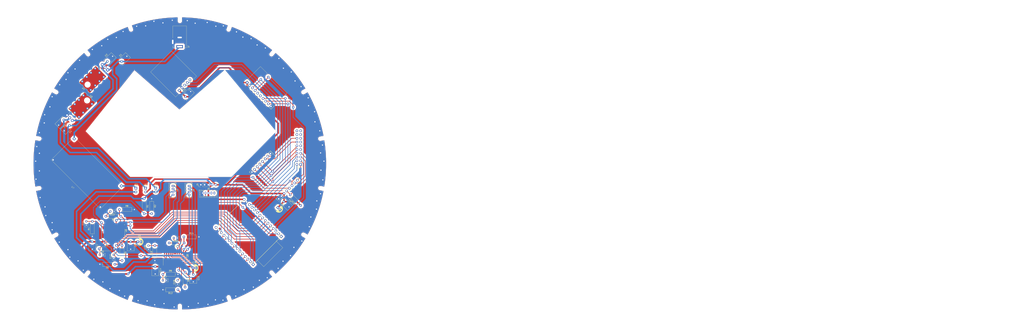
<source format=kicad_pcb>
(kicad_pcb (version 20221018) (generator pcbnew)
  (layers (0 "F.Cu" signal) (31 "B.Cu" signal) (34 "B.Paste" user) (35 "F.Paste" user) (36 "B.SilkS" user "B.Silkscreen") (37 "F.SilkS" user "F.Silkscreen") (38 "B.Mask" user) (39 "F.Mask" user) (44 "Edge.Cuts" user))
  (net 0 "")
  (net 1 "+12V")
  (net 2 "GND")
  (net 3 "+5V")
  (net 4 "+3V3")
  (net 5 "+24V")
  (net 6 "Net-(U6-RC1)")
  (net 7 "Net-(U6-RC2)")
  (net 8 "Net-(U6-COMP_IN1)")
  (net 9 "Net-(U6-COMP_IN2)")
  (net 10 "Net-(U8-RC1)")
  (net 11 "Net-(U8-RC2)")
  (net 12 "Net-(U8-COMP_IN1)")
  (net 13 "Net-(U8-COMP_IN2)")
  (net 14 "AZ_ZERO")
  (net 17 "MREF")
  (net 18 "IMU_INT")
  (net 19 "M1_I01")
  (net 20 "M1_I02")
  (net 21 "M1_P1")
  (net 22 "M1_I11")
  (net 23 "M1_I12")
  (net 24 "M1_P2")
  (net 25 "SPI_MOSI")
  (net 26 "IMU_NSS")
  (net 27 "RF_NSS")
  (net 28 "SPI_MISO")
  (net 29 "SPI_SCK")
  (net 30 "RF_NRESET")
  (net 31 "GPS_RX")
  (net 32 "GPS_TX")
  (net 33 "RF_DIO2")
  (net 34 "RF_DIO1")
  (net 35 "RF_DIO0")
  (net 39 "RF_DIO3")
  (net 40 "RF_DIO4")
  (net 41 "RF_DIO5")
  (net 42 "M2_I02")
  (net 43 "M2_I12")
  (net 44 "M2_P2")
  (net 45 "M2_P1")
  (net 46 "M2_I11")
  (net 47 "M2_I01")
  (net 49 "5V_Int")
  (net 50 "3V3_Int")
  (net 51 "BRK_GPIO14")
  (net 52 "BRK_GPIO12")
  (net 53 "BRK_GPIO13")
  (net 56 "24V_Int")
  (net 58 "M1_1A")
  (net 59 "M1_1B")
  (net 60 "M1_2A")
  (net 61 "M1_2B")
  (net 62 "M2_1A")
  (net 63 "M2_1B")
  (net 64 "M2_2A")
  (net 65 "M2_2B")
  (net 72 "/M1_Sense1_In")
  (net 73 "/M1_Sense2_In")
  (net 74 "/M2_Sense1_In")
  (net 75 "/M2_Sense2_In")
  (net 76 "Heatsink5V")
  (net 77 "Heatsink3V3")
  (footprint "Connector_PinHeader_2.54mm:PinHeader_1x05_P2.54mm_Vertical" (layer "F.Cu") (at 227.838 159.004 90)
    (fp_text reference "J5")
    (fp_text value "PowerBreakout")
  )
  (footprint "Resistor_THT:R_Axial_DIN0207_L6.3mm_D2.5mm_P10.16mm_Horizontal" (layer "F.Cu") (at 216.408 194.31)
    (fp_text reference "R14")
    (fp_text value "1Ω")
  )
  (footprint "Connector_PinHeader_2.54mm:PinHeader_1x02_P2.54mm_Vertical" (layer "F.Cu") (at 197.358 161.29)
    (fp_text reference "JP2")
    (fp_text value "PowerSelect_5V")
  )
  (footprint "Connector_BarrelJack:BarrelJack_Kycon_KLDX-0202-xC_Horizontal" (layer "F.Cu") (at 213.522 65.382 -90)
    (fp_text reference "J1")
    (fp_text value "Jack_12V")
  )
  (footprint "ATGM332D-5N31-PCB:ATGM332D-5N31-PCB" (layer "F.Cu") (at 193.823974 82.562314 45)
    (fp_text reference "U9")
    (fp_text value "ATGM332D-5N31-PCB")
  )
  (footprint "Resistor_THT:R_Axial_DIN0207_L6.3mm_D2.5mm_P10.16mm_Horizontal" (layer "F.Cu") (at 174.498 200.152 -90)
    (fp_text reference "R5")
    (fp_text value "1k")
  )
  (footprint "Capacitor_THT:CP_Radial_D5.0mm_P2.00mm" (layer "F.Cu") (at 222.564888 215.392)
    (fp_text reference "C16")
    (fp_text value "100uF")
  )
  (footprint "Capacitor_THT:C_Rect_L4.6mm_W2.0mm_P2.50mm_MKS02_FKP02" (layer "F.Cu") (at 202.184 223.774)
    (fp_text reference "C17")
    (fp_text value "820pF")
  )
  (footprint "Connector_PinHeader_2.54mm:PinHeader_2x10_P2.54mm_Vertical" (layer "F.Cu") (at 295.402 145.288 180)
    (fp_text reference "J4")
    (fp_text value "Conn_02x10_Odd_Even")
  )
  (footprint "Resistor_THT:R_Axial_DIN0207_L6.3mm_D2.5mm_P10.16mm_Horizontal" (layer "F.Cu") (at 194.564 168.402 -90)
    (fp_text reference "R2")
    (fp_text value "20k")
  )
  (footprint "Capacitor_THT:C_Rect_L4.6mm_W2.0mm_P2.50mm_MKS02_FKP02" (layer "F.Cu") (at 169.164 177.038 180)
    (fp_text reference "C13")
    (fp_text value "820pF")
  )
  (footprint "Capacitor_THT:C_Rect_L7.0mm_W4.5mm_P5.00mm" (layer "F.Cu") (at 196.977 214.439 -90)
    (fp_text reference "C14")
    (fp_text value "100nF")
  )
  (footprint "Capacitor_THT:C_Rect_L7.0mm_W4.5mm_P5.00mm" (layer "F.Cu") (at 164.592 75.438 45)
    (fp_text reference "C2")
    (fp_text value "0.1uF")
  )
  (footprint "Resistor_THT:R_Axial_DIN0207_L6.3mm_D2.5mm_P10.16mm_Horizontal" (layer "F.Cu") (at 159.004 202.438)
    (fp_text reference "R3")
    (fp_text value "56k")
  )
  (footprint "Resistor_THT:R_Axial_DIN0207_L6.3mm_D2.5mm_P10.16mm_Horizontal" (layer "F.Cu") (at 154.432 193.965 90)
    (fp_text reference "R4")
    (fp_text value "56k")
  )
  (footprint "Capacitor_THT:C_Rect_L4.6mm_W2.0mm_P2.50mm_MKS02_FKP02" (layer "F.Cu") (at 159.512 206.502)
    (fp_text reference "C10")
    (fp_text value "820pF")
  )
  (footprint "Connector_PinHeader_2.54mm:PinHeader_1x02_P2.54mm_Vertical" (layer "F.Cu") (at 183.896 161.285)
    (fp_text reference "JP3")
    (fp_text value "PowerSelect_24V")
  )
  (footprint "Capacitor_THT:C_Rect_L7.0mm_W4.5mm_P5.00mm" (layer "F.Cu") (at 283.972 170.434 -45)
    (fp_text reference "C5")
    (fp_text value "100nF")
  )
  (footprint "Capacitor_THT:C_Rect_L7.0mm_W4.5mm_P5.00mm" (layer "F.Cu") (at 154.432 197.652 -90)
    (fp_text reference "C7")
    (fp_text value "100nF")
  )
  (footprint "Resistor_THT:R_Axial_DIN0207_L6.3mm_D2.5mm_P10.16mm_Horizontal" (layer "F.Cu") (at 196.723 210.375 90)
    (fp_text reference "R10")
    (fp_text value "56k")
  )
  (footprint "Connector_PinHeader_2.54mm:PinHeader_1x02_P2.54mm_Vertical" (layer "F.Cu") (at 190.5 161.285)
    (fp_text reference "JP1")
    (fp_text value "PowerSelect_3V3")
  )
  (footprint "Capacitor_THT:CP_Radial_D5.0mm_P2.00mm" (layer "F.Cu") (at 279.962893 174.454523 -45)
    (fp_text reference "C6")
    (fp_text value "22uF")
  )
  (footprint "Resistor_THT:R_Axial_DIN0207_L6.3mm_D2.5mm_P10.16mm_Horizontal" (layer "F.Cu") (at 169.672 212.852 180)
    (fp_text reference "R6")
    (fp_text value "1Ω")
  )
  (footprint "Resistor_THT:R_Axial_DIN0207_L6.3mm_D2.5mm_P10.16mm_Horizontal" (layer "F.Cu") (at 217.17 218.186 -90)
    (fp_text reference "R11")
    (fp_text value "1k")
  )
  (footprint "Resistor_THT:R_Axial_DIN0207_L6.3mm_D2.5mm_P10.16mm_Horizontal" (layer "F.Cu") (at 295.474205 173.046205 135)
    (fp_text reference "R15")
    (fp_text value "10k")
  )
  (footprint "Resistor_THT:R_Axial_DIN0207_L6.3mm_D2.5mm_P10.16mm_Horizontal" (layer "F.Cu") (at 172.72 175.768)
    (fp_text reference "R8")
    (fp_text value "1Ω")
  )
  (footprint "Capacitor_THT:C_Rect_L4.6mm_W2.0mm_P2.50mm_MKS02_FKP02" (layer "F.Cu") (at 168.91 209.002 90)
    (fp_text reference "C12")
    (fp_text value "820pF")
  )
  (footprint "L6219DS:SOIC127P1030X265-24N" (layer "F.Cu") (at 210.312 209.804 -90)
    (fp_text reference "U8")
    (fp_text value "L6219DS")
  )
  (footprint "Capacitor_THT:C_Rect_L4.6mm_W2.0mm_P2.50mm_MKS02_FKP02" (layer "F.Cu") (at 192.405 202.735 90)
    (fp_text reference "C18")
    (fp_text value "820pF")
  )
  (footprint "Connector_JST:JST_PH_B5B-PH-K_1x05_P2.00mm_Vertical" (layer "F.Cu") (at 228.95 164.592)
    (fp_text reference "J6")
    (fp_text value "JST_ZeroAZ")
  )
  (footprint "Resistor_THT:R_Axial_DIN0207_L6.3mm_D2.5mm_P10.16mm_Horizontal" (layer "F.Cu") (at 216.535 198.437 180)
    (fp_text reference "R13")
    (fp_text value "1k")
  )
  (footprint "ESP32-WROOM-32PCB:ESP32-WROOM-32PCB" (layer "F.Cu") (at 282.22082 194.027897 -135)
    (fp_text reference "U1")
    (fp_text value "ESP32-WROOM-32-DEV")
  )
  (footprint "Resistor_THT:R_Axial_DIN0207_L6.3mm_D2.5mm_P10.16mm_Horizontal" (layer "F.Cu") (at 202.184 219.71)
    (fp_text reference "R9")
    (fp_text value "56k")
  )
  (footprint "Capacitor_THT:C_Rect_L7.0mm_W4.5mm_P5.00mm" (layer "F.Cu") (at 138.938 118.872 -135)
    (fp_text reference "C4")
    (fp_text value "100nF")
  )
  (footprint "Capacitor_THT:C_Rect_L4.6mm_W2.0mm_P2.50mm_MKS02_FKP02" (layer "F.Cu") (at 212.09 226.294 90)
    (fp_text reference "C19")
    (fp_text value "820pF")
  )
  (footprint "L6219DS:SOIC127P1030X265-24N" (layer "F.Cu") (at 168.656 192.758 -90)
    (fp_text reference "U6")
    (fp_text value "L6219DS")
  )
  (footprint "Capacitor_THT:C_Rect_L7.0mm_W4.5mm_P5.00mm" (layer "F.Cu") (at 135.128 115.062 -135)
    (fp_text reference "C3")
    (fp_text value "10uF")
  )
  (footprint "Package_TO_SOT_THT:TO-220-3_Horizontal_TabDown" (layer "F.Cu") (at 164.786647 81.121456 135)
    (fp_text reference "U4")
    (fp_text value "L7805")
  )
  (footprint "Capacitor_THT:C_Rect_L7.0mm_W4.5mm_P5.00mm" (layer "F.Cu") (at 180.34 197.692 -90)
    (fp_text reference "C8")
    (fp_text value "100nF")
  )
  (footprint "Capacitor_THT:C_Rect_L4.6mm_W2.0mm_P2.50mm_MKS02_FKP02" (layer "F.Cu") (at 212.09 195.072 180)
    (fp_text reference "C20")
    (fp_text value "820pF")
  )
  (footprint "Connector_JST:JST_PH_B4B-PH-K_1x04_P2.00mm_Vertical" (layer "F.Cu") (at 209.042 159.798 -90)
    (fp_text reference "J2")
    (fp_text value "JST_MotorAz")
  )
  (footprint "XL6009PCB:XL6009PCB" (layer "F.Cu") (at 151.598 150.368 -45)
    (fp_text reference "U7")
    (fp_text value "~")
  )
  (footprint "Resistor_THT:R_Axial_DIN0207_L6.3mm_D2.5mm_P10.16mm_Horizontal" (layer "F.Cu") (at 173.736 180.34 180)
    (fp_text reference "R7")
    (fp_text value "1k")
  )
  (footprint "Package_TO_SOT_THT:TO-220-3_Horizontal_TabDown" (layer "F.Cu") (at 137.309783 111.828115 -45)
    (fp_text reference "U5")
    (fp_text value "LD1117S33TR_SOT223")
  )
  (footprint "MPU-9250-PCB:MPU-9250-PCB" (layer "F.Cu") (at 257.295231 89.763085 45)
    (fp_text reference "U2" hide)
    (fp_text value "MPU-9250-DEV" hide)
  )
  (footprint "Connector_JST:JST_PH_B4B-PH-K_1x04_P2.00mm_Vertical" (layer "F.Cu") (at 219.964 159.83 -90)
    (fp_text reference "J3")
    (fp_text value "JST_MotorEl")
  )
  (footprint "Resistor_THT:R_Axial_DIN0207_L6.3mm_D2.5mm_P10.16mm_Horizontal" (layer "F.Cu") (at 212.344 230.124 180)
    (fp_text reference "R12")
    (fp_text value "1Ω")
  )
  (footprint "Capacitor_THT:C_Rect_L7.0mm_W4.5mm_P5.00mm" (layer "F.Cu") (at 222.758 219.75 -90)
    (fp_text reference "C15")
    (fp_text value "100nF")
  )
  (footprint "Capacitor_THT:C_Rect_L4.6mm_W2.0mm_P2.50mm_MKS02_FKP02" (layer "F.Cu") (at 150.368 186.305 90)
    (fp_text reference "C11")
    (fp_text value "820pF")
  )
  (footprint "Resistor_THT:R_Axial_DIN0207_L6.3mm_D2.5mm_P10.16mm_Horizontal" (layer "F.Cu") (at 189.484 168.402 -90)
    (fp_text reference "R1")
    (fp_text value "1k")
  )
  (footprint "RA-02-PCB:RA-02-PCB" (layer "F.Cu") (at 277.86901 153.436932 135)
    (fp_text reference "U3")
    (fp_text value "Ai-Thinker-Ra-02")
  )
  (footprint "Capacitor_THT:C_Rect_L7.0mm_W4.5mm_P5.00mm" (layer "F.Cu") (at 217.424 99.314 45)
    (fp_text reference "C21")
    (fp_text value "100nF")
  )
  (footprint "Capacitor_THT:C_Rect_L7.0mm_W4.5mm_P5.00mm" (layer "F.Cu") (at 174.244 75.438 45)
    (fp_text reference "C1")
    (fp_text value "0.33uF")
  )
  (footprint "Capacitor_THT:CP_Radial_D5.0mm_P2.00mm" (layer "F.Cu") (at 185.226888 197.612)
    (fp_text reference "C9")
    (fp_text value "100uF")
  )
  (gr_poly (pts (arc (start 182.027747 235.718677) (mid 181.131238 233.796107) (end 179.208668 234.692617)) (xy 178.359068 237.026876) (xy 177.293456 236.618486) (xy 175.458054 235.873135) (xy 173.637933 235.09121) (xy 171.833823 234.273022) (xy 170.046444 233.4189) (xy 168.276513 232.529186) (xy 166.524738 231.604235) (xy 164.791822 230.644419) (xy 163.078457 229.650122) (xy 161.385329 228.621741) (xy 159.713118 227.559689) (xy 158.062492 226.46439) (xy 156.434111 225.336283) (xy 154.828628 224.175821) (xy 153.246687 222.983467) (xy 151.68892 221.759698) (xy 151.146707 221.315423) (arc (start 152.743215 219.412779) (mid 152.558328 217.299531) (end 150.445081 217.484416)) (xy 148.848353 219.387322) (xy 148.648394 219.219892) (xy 147.166852 217.904871) (xy 145.711918 216.56047) (xy 144.284176 215.187225) (xy 142.884197 213.785688) (xy 141.512541 212.356421) (xy 140.169757 210.899994) (xy 138.856384 209.416991) (xy 137.572946 207.908006) (xy 136.319959 206.373643) (xy 135.097923 204.814516) (xy 133.907329 203.23125) (xy 132.748651 201.624479) (xy 131.622357 199.994845) (xy 130.528893 198.343002) (xy 129.4687 196.669611) (xy 128.650731 195.31621) (arc (start 130.8017 194.074347) (mid 131.350739 192.025309) (end 129.301701 191.476271)) (xy 127.150435 192.718304) (xy 126.491921 191.52689) (xy 125.568918 189.774089) (xy 124.681173 188.003169) (xy 123.829038 186.214842) (xy 123.012857 184.409823) (xy 122.232955 182.588833) (xy 121.489645 180.752604) (xy 120.783225 178.90187) (xy 120.113977 177.037372) (xy 119.48217 175.159856) (xy 118.888056 173.270074) (xy 118.331873 171.368783) (xy 117.813844 169.456744) (xy 117.334176 167.534723) (xy 116.893062 165.603489) (xy 116.490677 163.663815) (xy 116.403684 163.190864) (arc (start 118.849676 162.75957) (mid 120.066415 161.021886) (end 118.328731 159.805146)) (xy 115.882403 160.2365) (xy 115.802727 159.762259) (xy 115.517438 157.801938) (xy 115.271429 155.836302) (xy 115.064799 153.866136) (xy 114.897631 151.892231) (xy 114.769993 149.915376) (xy 114.681934 147.936363) (xy 114.63349 145.955984) (xy 114.624681 143.975033) (xy 114.65551 141.994302) (xy 114.725966 140.014584) (xy 114.836019 138.036671) (xy 114.985626 136.061358) (xy 115.174726 134.089433) (xy 115.403244 132.121686) (xy 115.671089 130.158906) (xy 115.88274 128.814177) (arc (start 118.328732 129.245471) (mid 120.066415 128.028732) (end 118.849676 126.291048)) (xy 116.403348 125.859694) (xy 116.709432 124.30821) (xy 117.133355 122.37313) (xy 117.595911 120.446918) (xy 118.096914 118.530348) (xy 118.636167 116.624186) (xy 119.213451 114.729195) (xy 119.828536 112.846135) (xy 120.481176 110.975758) (xy 121.171109 109.118814) (xy 121.898059 107.276048) (xy 122.661736 105.448195) (xy 123.461833 103.635989) (xy 124.298029 101.840154) (xy 125.169991 100.06141) (xy 126.077369 98.300469) (xy 127.019799 96.558037) (xy 127.150731 96.332485) (arc (start 129.301701 97.574347) (mid 131.350739 97.02531) (end 130.801701 94.976271)) (xy 128.650435 93.734238) (xy 129.008294 93.131478) (xy 130.053563 91.448724) (xy 131.132292 89.787222) (xy 132.244052 88.147637) (xy 133.388393 86.530624) (xy 134.56486 84.936832) (xy 135.772982 83.366899) (xy 137.012274 81.821454) (xy 138.282241 80.301115) (xy 139.582373 78.806491) (xy 140.912152 77.338179) (xy 142.271042 75.896769) (xy 143.658502 74.482837) (xy 145.073975 73.09695) (xy 146.516894 71.739663) (xy 147.986683 70.411518) (xy 148.848574 69.663557) (arc (start 150.445081 71.566201) (mid 152.558329 71.751087) (end 152.743215 69.637838)) (xy 151.146487 67.734932) (xy 152.551325 66.607198) (xy 154.122599 65.400823) (xy 155.717698 64.226128) (xy 157.335981 63.083585) (xy 158.976802 61.97365) (xy 160.639502 60.896768) (xy 162.323417 59.85337) (xy 164.027871 58.843874) (xy 165.752184 57.868685) (xy 167.495663 56.928192) (xy 169.257612 56.022773) (xy 171.037323 55.152789) (xy 172.834087 54.31859) (xy 174.647182 53.520509) (xy 176.475882 52.758864) (xy 178.359185 52.024064) (arc (start 179.208669 54.358001) (mid 181.131238 55.254509) (end 182.027747 53.331941)) (xy 181.178146 50.997681) (xy 182.048266 50.695534) (xy 183.93201 50.082543) (xy 185.827641 49.507366) (xy 187.734402 48.970233) (xy 189.651528 48.471359) (xy 191.578252 48.010945) (xy 193.513803 47.589175) (xy 195.457404 47.206217) (xy 197.408281 46.862225) (xy 199.365649 46.557337) (xy 201.328725 46.291674) (xy 203.296725 46.065343) (xy 205.268859 45.878435) (xy 207.244338 45.731024) (xy 209.222371 45.62317) (xy 211.202166 45.554915) (xy 212.123152 45.541584) (arc (start 212.123152 48.025309) (mid 213.623152 49.525309) (end 215.123152 48.025309)) (xy 215.123152 45.541242) (xy 217.144194 45.587943) (xy 219.123109 45.678203) (xy 221.09982 45.808039) (xy 223.073539 45.9774) (xy 225.043473 46.18622) (xy 227.008834 46.434414) (xy 228.968837 46.721884) (xy 230.922695 47.048512) (xy 232.869626 47.41417) (xy 234.808851 47.81871) (xy 236.739593 48.261971) (xy 238.661081 48.743775) (xy 240.572543 49.26393) (xy 242.473214 49.822225) (xy 244.362334 50.41844) (xy 246.068041 50.998002) (arc (start 245.218557 53.33194) (mid 246.115066 55.25451) (end 248.037635 54.358)) (xy 248.887236 52.023741) (xy 249.952848 52.432132) (xy 251.78825 53.177482) (xy 253.608371 53.959408) (xy 255.412481 54.777596) (xy 257.19986 55.631717) (xy 258.96979 56.521432) (xy 260.721566 57.446383) (xy 262.454482 58.406199) (xy 264.167847 59.400495) (xy 265.860975 60.428876) (xy 267.533186 61.490929) (xy 269.183812 62.586228) (xy 270.812193 63.714335) (xy 272.417676 64.874797) (xy 273.999617 66.067151) (xy 275.557384 67.290919) (xy 276.099597 67.735195) (arc (start 274.503089 69.637839) (mid 274.687976 71.751086) (end 276.801223 71.566201)) (xy 278.397951 69.663296) (xy 278.59791 69.830726) (xy 280.079452 71.145747) (xy 281.534386 72.490148) (xy 282.962128 73.863393) (xy 284.362107 75.264929) (xy 285.733763 76.694197) (xy 287.076547 78.150624) (xy 288.38992 79.633626) (xy 289.673358 81.142612) (xy 290.926345 82.676975) (xy 292.148381 84.236101) (xy 293.338975 85.819367) (xy 294.497652 87.426138) (xy 295.623947 89.055772) (xy 296.717411 90.707615) (xy 297.777604 92.381006) (xy 298.595573 93.734408) (arc (start 296.444604 94.97627) (mid 295.895565 97.025308) (end 297.944603 97.574347)) (xy 300.095869 96.332313) (xy 300.754383 97.523728) (xy 301.677385 99.276529) (xy 302.565131 101.047449) (xy 303.417266 102.835776) (xy 304.233447 104.640795) (xy 305.013349 106.461784) (xy 305.756659 108.298013) (xy 306.463079 110.148747) (xy 307.132327 112.013246) (xy 307.764134 113.890761) (xy 308.358248 115.780543) (xy 308.914431 117.681834) (xy 309.43246 119.593873) (xy 309.912128 121.515895) (xy 310.353242 123.447129) (xy 310.755627 125.386803) (xy 310.842619 125.859754) (arc (start 308.396628 126.291048) (mid 307.179888 128.028732) (end 308.917572 129.245471)) (xy 311.363901 128.814118) (xy 311.443576 129.288359) (xy 311.728866 131.24868) (xy 311.974875 133.214316) (xy 312.181505 135.184481) (xy 312.348673 137.158387) (xy 312.476311 139.135242) (xy 312.56437 141.114255) (xy 312.612814 143.094633) (xy 312.621623 145.075585) (xy 312.590794 147.056316) (xy 312.520338 149.036034) (xy 312.410284 151.013946) (xy 312.260678 152.98926) (xy 312.071578 154.961185) (xy 311.84306 156.928932) (xy 311.575214 158.891712) (xy 311.363564 160.236441) (arc (start 308.917572 159.805146) (mid 307.179889 161.021886) (end 308.396628 162.75957)) (xy 310.842956 163.190924) (xy 310.536871 164.742407) (xy 310.112949 166.677488) (xy 309.650393 168.603699) (xy 309.14939 170.52027) (xy 308.610137 172.426432) (xy 308.032853 174.321422) (xy 307.417768 176.204483) (xy 306.765128 178.074859) (xy 306.075194 179.931803) (xy 305.348244 181.77457) (xy 304.584568 183.602423) (xy 303.784471 185.414629) (xy 302.948275 187.210463) (xy 302.076313 188.989208) (xy 301.168935 190.750148) (xy 300.226505 192.492581) (xy 300.095572 192.718133) (arc (start 297.944603 191.476271) (mid 295.895565 192.025308) (end 296.444603 194.074347)) (xy 298.595868 195.31638) (xy 298.23801 195.91914) (xy 297.192741 197.601894) (xy 296.114011 199.263396) (xy 295.002252 200.902981) (xy 293.857911 202.519994) (xy 292.681443 204.113785) (xy 291.473322 205.683718) (xy 290.234029 207.229164) (xy 288.964063 208.749503) (xy 287.663931 210.244127) (xy 286.334152 211.712439) (xy 284.975262 213.153849) (xy 283.587802 214.56778) (xy 282.172329 215.953667) (xy 280.72941 217.310955) (xy 279.259621 218.6391) (xy 278.397731 219.38706) (arc (start 276.801224 217.484417) (mid 274.687975 217.299532) (end 274.50309 219.41278)) (xy 276.099818 221.315685) (xy 274.694979 222.44342) (xy 273.123705 223.649795) (xy 271.528606 224.824489) (xy 269.910322 225.967033) (xy 268.269502 227.076968) (xy 266.606801 228.15385) (xy 264.922887 229.197247) (xy 263.218433 230.206743) (xy 261.49412 231.181932) (xy 259.750641 232.122425) (xy 257.988692 233.027845) (xy 256.208981 233.897829) (xy 254.412217 234.732028) (xy 252.599122 235.530109) (xy 250.770421 236.291754) (xy 248.926848 237.016655) (xy 248.887118 237.026554) (arc (start 248.037635 234.692617) (mid 246.115066 233.796108) (end 245.218557 235.718676)) (xy 246.068158 238.052937) (xy 245.198038 238.355084) (xy 243.314294 238.968075) (xy 241.418663 239.543252) (xy 239.511902 240.080385) (xy 237.594776 240.579258) (xy 235.668052 241.039672) (xy 233.732501 241.461443) (xy 231.788899 241.844401) (xy 229.838023 242.188393) (xy 227.880655 242.493281) (xy 225.917579 242.758944) (xy 223.949579 242.985275) (xy 221.977445 243.172183) (xy 220.001966 243.319594) (xy 218.023933 243.427448) (xy 216.044138 243.495703) (xy 215.123152 243.509034) (arc (start 215.123151 241.025308) (mid 213.623152 239.525308) (end 212.123152 241.025309)) (xy 212.123151 243.509376) (xy 212.082433 243.513319) (xy 210.10211 243.462674) (xy 208.123195 243.372415) (xy 206.146484 243.242579) (xy 204.172765 243.073217) (xy 202.202831 242.864397) (xy 200.237469 242.616203) (xy 198.277467 242.328734) (xy 196.323609 242.002105) (xy 194.376678 241.636447) (xy 192.437453 241.231907) (xy 190.50671 240.788646) (xy 188.585223 240.306842) (xy 186.673761 239.786688) (xy 184.773089 239.228392) (xy 182.88397 238.632178) (xy 181.178263 238.052616)) (stroke (width 0.1)) (fill none) (layer "Edge.Cuts"))
  (gr_poly (pts (xy 248.666 153.67) (xy 278.892 122.936) (xy 244.094 81.026) (xy 213.36 107.95) (xy 182.88 81.28) (xy 149.86 122.682) (xy 180.086 153.67)) (stroke (width 0.1)) (fill none) (layer "Edge.Cuts"))
  (segment (start 170.942 94.889144) (end 170.942 87.122) (width 1) (layer "B.Cu") (net 1))
  (segment (start 203.466 75.438) (end 174.244 75.438) (width 1) (layer "B.Cu") (net 1))
  (segment (start 168.148 84.328) (end 168.148 78.994) (width 1) (layer "B.Cu") (net 1))
  (segment (start 142.168731 123.662413) (end 170.942 94.889144) (width 1) (layer "B.Cu") (net 1))
  (segment (start 168.148 78.994) (end 166.020544 81.121456) (width 1) (layer "B.Cu") (net 1))
  (segment (start 171.704 75.438) (end 174.244 75.438) (width 1) (layer "B.Cu") (net 1))
  (segment (start 142.168731 123.515269) (end 142.168731 127.827557) (width 1) (layer "B.Cu") (net 1))
  (segment (start 168.148 78.994) (end 171.704 75.438) (width 1) (layer "B.Cu") (net 1))
  (segment (start 164.786647 81.121456) (end 166.020544 81.121456) (width 1) (layer "B.Cu") (net 1))
  (segment (start 142.168731 127.827557) (end 142.168731 123.662413) (width 1) (layer "B.Cu") (net 1))
  (segment (start 170.942 87.122) (end 168.148 84.328) (width 1) (layer "B.Cu") (net 1))
  (segment (start 213.522 65.382) (end 203.466 75.438) (width 1) (layer "B.Cu") (net 1))
  (segment (start 209.677 214.439) (end 210.947 214.439) (width 1) (layer "F.Cu") (net 2))
  (segment (start 168.021 188.123) (end 169.291 188.123) (width 1) (layer "F.Cu") (net 2))
  (segment (start 209.677 205.169) (end 210.947 205.169) (width 1) (layer "F.Cu") (net 2))
  (segment (start 168.021 197.393) (end 169.291 197.393) (width 1) (layer "F.Cu") (net 2))
  (via (at 208.534 47.498) (size 1.6) (drill 0.8) (layers "F.Cu" "B.Cu") (net 2))
  (via (at 308.864 137.414) (size 1.6) (drill 0.8) (layers "F.Cu" "B.Cu") (net 2))
  (via (at 122.428 173.99) (size 1.6) (drill 0.8) (layers "F.Cu" "B.Cu") (net 2))
  (via (at 283.718 80.01) (size 1.6) (drill 0.8) (layers "F.Cu" "B.Cu") (net 2))
  (via (at 218.694 47.752) (size 1.6) (drill 0.8) (layers "F.Cu" "B.Cu") (net 2))
  (via (at 166.37 229.362) (size 1.6) (drill 0.8) (layers "F.Cu" "B.Cu") (net 2))
  (via (at 118.618 149.606) (size 1.6) (drill 0.8) (layers "F.Cu" "B.Cu") (net 2))
  (via (at 175.26 55.118) (size 1.6) (drill 0.8) (layers "F.Cu" "B.Cu") (net 2))
  (via (at 122.174 111.506) (size 1.6) (drill 0.8) (layers "F.Cu" "B.Cu") (net 2))
  (via (at 304.8 109.474) (size 1.6) (drill 0.8) (layers "F.Cu" "B.Cu") (net 2))
  (via (at 237.998 51.562) (size 1.6) (drill 0.8) (layers "F.Cu" "B.Cu") (net 2))
  (via (at 243.078 51.308) (size 1.6) (drill 0.8) (layers "F.Cu" "B.Cu") (net 2))
  (via (at 290.83 201.422) (size 1.6) (drill 0.8) (layers "F.Cu" "B.Cu") (net 2))
  (via (at 116.84 133.096) (size 1.6) (drill 0.8) (layers "F.Cu" "B.Cu") (net 2))
  (via (at 144.78 210.566) (size 1.6) (drill 0.8) (layers "F.Cu" "B.Cu") (net 2))
  (via (at 232.664 240.03) (size 1.6) (drill 0.8) (layers "F.Cu" "B.Cu") (net 2))
  (via (at 296.164 197.104) (size 1.6) (drill 0.8) (layers "F.Cu" "B.Cu") (net 2))
  (via (at 226.06 239.268) (size 1.6) (drill 0.8) (layers "F.Cu" "B.Cu") (net 2))
  (via (at 251.46 234.442) (size 1.6) (drill 0.8) (layers "F.Cu" "B.Cu") (net 2))
  (via (at 122.936 179.832) (size 1.6) (drill 0.8) (layers "F.Cu" "B.Cu") (net 2))
  (via (at 196.596 240.284) (size 1.6) (drill 0.8) (layers "F.Cu" "B.Cu") (net 2))
  (via (at 306.324 169.926) (size 1.6) (drill 0.8) (layers "F.Cu" "B.Cu") (net 2))
  (via (at 280.162 215.646) (size 1.6) (drill 0.8) (layers "F.Cu" "B.Cu") (net 2))
  (via (at 272.796 221.996) (size 1.6) (drill 0.8) (layers "F.Cu" "B.Cu") (net 2))
  (via (at 132.334 91.186) (size 1.6) (drill 0.8) (layers "F.Cu" "B.Cu") (net 2))
  (via (at 154.432 67.31) (size 1.6) (drill 0.8) (layers "F.Cu" "B.Cu") (net 2))
  (via (at 289.052 82.55) (size 1.6) (drill 0.8) (layers "F.Cu" "B.Cu") (net 2))
  (via (at 302.26 180.848) (size 1.6) (drill 0.8) (layers "F.Cu" "B.Cu") (net 2))
  (via (at 305.054 116.332) (size 1.6) (drill 0.8) (layers "F.Cu" "B.Cu") (net 2))
  (via (at 170.688 59.182) (size 1.6) (drill 0.8) (layers "F.Cu" "B.Cu") (net 2))
  (via (at 148.336 216.916) (size 1.6) (drill 0.8) (layers "F.Cu" "B.Cu") (net 2))
  (via (at 308.864 165.1) (size 1.6) (drill 0.8) (layers "F.Cu" "B.Cu") (net 2))
  (via (at 309.118 149.098) (size 1.6) (drill 0.8) (layers "F.Cu" "B.Cu") (net 2))
  (via (at 127.254 99.314) (size 1.6) (drill 0.8) (layers "F.Cu" "B.Cu") (net 2))
  (via (at 202.184 49.276) (size 1.6) (drill 0.8) (layers "F.Cu" "B.Cu") (net 2))
  (via (at 137.922 83.058) (size 1.6) (drill 0.8) (layers "F.Cu" "B.Cu") (net 2))
  (via (at 142.748 80.518) (size 1.6) (drill 0.8) (layers "F.Cu" "B.Cu") (net 2))
  (via (at 267.462 223.774) (size 1.6) (drill 0.8) (layers "F.Cu" "B.Cu") (net 2))
  (via (at 280.67 73.406) (size 1.6) (drill 0.8) (layers "F.Cu" "B.Cu") (net 2))
  (via (at 291.592 88.646) (size 1.6) (drill 0.8) (layers "F.Cu" "B.Cu") (net 2))
  (via (at 137.922 202.946) (size 1.6) (drill 0.8) (layers "F.Cu" "B.Cu") (net 2))
  (via (at 121.92 117.094) (size 1.6) (drill 0.8) (layers "F.Cu" "B.Cu") (net 2))
  (via (at 164.846 60.452) (size 1.6) (drill 0.8) (layers "F.Cu" "B.Cu") (net 2))
  (via (at 118.618 137.668) (size 1.6) (drill 0.8) (layers "F.Cu" "B.Cu") (net 2))
  (via (at 132.08 197.866) (size 1.6) (drill 0.8) (layers "F.Cu" "B.Cu") (net 2))
  (via (at 190.5 51.308) (size 1.6) (drill 0.8) (layers "F.Cu" "B.Cu") (net 2))
  (via (at 283.464 210.82) (size 1.6) (drill 0.8) (layers "F.Cu" "B.Cu") (net 2))
  (via (at 155.448 223.012) (size 1.6) (drill 0.8) (layers "F.Cu" "B.Cu") (net 2))
  (via (at 257.048 230.124) (size 1.6) (drill 0.8) (layers "F.Cu" "B.Cu") (net 2))
  (via (at 191.516 237.744) (size 1.6) (drill 0.8) (layers "F.Cu" "B.Cu") (net 2))
  (via (at 271.526 66.294) (size 1.6) (drill 0.8) (layers "F.Cu" "B.Cu") (net 2))
  (via (at 310.388 155.702) (size 1.6) (drill 0.8) (layers "F.Cu" "B.Cu") (net 2))
  (via (at 256.286 58.928) (size 1.6) (drill 0.8) (layers "F.Cu" "B.Cu") (net 2))
  (via (at 127.254 189.484) (size 1.6) (drill 0.8) (layers "F.Cu" "B.Cu") (net 2))
  (via (at 176.276 234.442) (size 1.6) (drill 0.8) (layers "F.Cu" "B.Cu") (net 2))
  (via (at 136.652 87.63) (size 1.6) (drill 0.8) (layers "F.Cu" "B.Cu") (net 2))
  (via (at 184.404 51.562) (size 1.6) (drill 0.8) (layers "F.Cu" "B.Cu") (net 2))
  (via (at 119.126 167.64) (size 1.6) (drill 0.8) (layers "F.Cu" "B.Cu") (net 2))
  (via (at 306.07 175.514) (size 1.6) (drill 0.8) (layers "F.Cu" "B.Cu") (net 2))
  (via (at 160.782 64.77) (size 1.6) (drill 0.8) (layers "F.Cu" "B.Cu") (net 2))
  (via (at 224.028 49.53) (size 1.6) (drill 0.8) (layers "F.Cu" "B.Cu") (net 2))
  (via (at 139.192 208.026) (size 1.6) (drill 0.8) (layers "F.Cu" "B.Cu") (net 2))
  (via (at 209.804 241.808) (size 1.6) (drill 0.8) (layers "F.Cu" "B.Cu") (net 2))
  (via (at 311.15 143.002) (size 1.6) (drill 0.8) (layers "F.Cu" "B.Cu") (net 2))
  (via (at 232.156 49.022) (size 1.6) (drill 0.8) (layers "F.Cu" "B.Cu") (net 2))
  (via (at 310.134 132.08) (size 1.6) (drill 0.8) (layers "F.Cu" "B.Cu") (net 2))
  (via (at 242.824 237.236) (size 1.6) (drill 0.8) (layers "F.Cu" "B.Cu") (net 2))
  (via (at 125.73 106.172) (size 1.6) (drill 0.8) (layers "F.Cu" "B.Cu") (net 2))
  (via (at 237.744 236.982) (size 1.6) (drill 0.8) (layers "F.Cu" "B.Cu") (net 2))
  (via (at 261.874 59.944) (size 1.6) (drill 0.8) (layers "F.Cu" "B.Cu") (net 2))
  (via (at 118.618 123.698) (size 1.6) (drill 0.8) (layers "F.Cu" "B.Cu") (net 2))
  (via (at 116.332 155.194) (size 1.6) (drill 0.8) (layers "F.Cu" "B.Cu") (net 2))
  (via (at 251.968 55.372) (size 1.6) (drill 0.8) (layers "F.Cu" "B.Cu") (net 2))
  (via (at 145.796 74.676) (size 1.6) (drill 0.8) (layers "F.Cu" "B.Cu") (net 2))
  (via (at 219.456 241.554) (size 1.6) (drill 0.8) (layers "F.Cu" "B.Cu") (net 2))
  (via (at 301.244 187.452) (size 1.6) (drill 0.8) (layers "F.Cu" "B.Cu") (net 2))
  (via (at 185.42 237.49) (size 1.6) (drill 0.8) (layers "F.Cu" "B.Cu") (net 2))
  (via (at 127.254 184.658) (size 1.6) (drill 0.8) (layers "F.Cu" "B.Cu") (net 2))
  (via (at 308.356 122.428) (size 1.6) (drill 0.8) (layers "F.Cu" "B.Cu") (net 2))
  (via (at 263.398 228.346) (size 1.6) (drill 0.8) (layers "F.Cu" "B.Cu") (net 2))
  (via (at 300.736 105.41) (size 1.6) (drill 0.8) (layers "F.Cu" "B.Cu") (net 2))
  (via (at 161.544 224.79) (size 1.6) (drill 0.8) (layers "F.Cu" "B.Cu") (net 2))
  (via (at 265.938 64.262) (size 1.6) (drill 0.8) (layers "F.Cu" "B.Cu") (net 2))
  (via (at 202.946 239.522) (size 1.6) (drill 0.8) (layers "F.Cu" "B.Cu") (net 2))
  (via (at 196.088 48.26) (size 1.6) (drill 0.8) (layers "F.Cu" "B.Cu") (net 2))
  (via (at 295.656 92.456) (size 1.6) (drill 0.8) (layers "F.Cu" "B.Cu") (net 2))
  (via (at 288.544 207.01) (size 1.6) (drill 0.8) (layers "F.Cu" "B.Cu") (net 2))
  (via (at 172.72 230.632) (size 1.6) (drill 0.8) (layers "F.Cu" "B.Cu") (net 2))
  (via (at 116.078 143.002) (size 1.6) (drill 0.8) (layers "F.Cu" "B.Cu") (net 2))
  (via (at 300.482 100.076) (size 1.6) (drill 0.8) (layers "F.Cu" "B.Cu") (net 2))
  (segment (start 232.95 161.512) (end 235.458 159.004) (width 1) (layer "F.Cu") (net 3))
  (segment (start 161.544 219.456) (end 147.828 205.74) (width 1) (layer "F.Cu") (net 3))
  (segment (start 196.977 214.439) (end 203.327 214.439) (width 1) (layer "F.Cu") (net 3))
  (segment (start 161.412 197.652) (end 161.671 197.393) (width 1) (layer "F.Cu") (net 3))
  (segment (start 235.36618 168.88318) (end 232.95 166.467) (width 1) (layer "F.Cu") (net 3))
  (segment (start 257.076103 168.88318) (end 235.36618 168.88318) (width 1) (layer "F.Cu") (net 3))
  (segment (start 232.95 164.592) (end 232.95 161.512) (width 1) (layer "F.Cu") (net 3))
  (segment (start 147.828 205.74) (end 147.828 200.66) (width 1) (layer "F.Cu") (net 3))
  (segment (start 147.828 200.66) (end 150.836 197.652) (width 1) (layer "F.Cu") (net 3))
  (segment (start 150.836 197.652) (end 154.432 197.652) (width 1) (layer "F.Cu") (net 3))
  (segment (start 154.432 197.652) (end 161.412 197.652) (width 1) (layer "F.Cu") (net 3))
  (segment (start 232.95 166.467) (end 232.95 164.592) (width 1) (layer "F.Cu") (net 3))
  (segment (start 178.562 219.456) (end 161.544 219.456) (width 1) (layer "F.Cu") (net 3))
  (via (at 178.562 219.456) (size 1.6) (drill 0.8) (layers "F.Cu" "B.Cu") (net 3))
  (segment (start 182.372 168.402) (end 180.594 166.624) (width 1) (layer "B.Cu") (net 3))
  (segment (start 202.946 155.448) (end 231.902 155.448) (width 1) (layer "B.Cu") (net 3))
  (segment (start 178.562 219.456) (end 183.579 214.439) (width 1) (layer "B.Cu") (net 3))
  (segment (start 153.964 197.652) (end 154.432 197.652) (width 1) (layer "B.Cu") (net 3))
  (segment (start 194.056 163.83) (end 197.358 163.83) (width 1) (layer "B.Cu") (net 3))
  (segment (start 200.66 161.3484) (end 200.66 157.734) (width 1) (layer "B.Cu") (net 3))
  (segment (start 189.484 168.402) (end 194.056 163.83) (width 1) (layer "B.Cu") (net 3))
  (segment (start 200.66 157.734) (end 202.946 155.448) (width 1) (layer "B.Cu") (net 3))
  (segment (start 183.579 214.439) (end 196.977 214.439) (width 1) (layer "B.Cu") (net 3))
  (segment (start 158.75 166.624) (end 146.558 178.816) (width 1) (layer "B.Cu") (net 3))
  (segment (start 180.594 166.624) (end 158.75 166.624) (width 1) (layer "B.Cu") (net 3))
  (segment (start 189.484 168.402) (end 182.372 168.402) (width 1) (layer "B.Cu") (net 3))
  (segment (start 231.902 155.448) (end 235.458 159.004) (width 1) (layer "B.Cu") (net 3))
  (segment (start 197.358 163.83) (end 198.1784 163.83) (width 1) (layer "B.Cu") (net 3))
  (segment (start 146.558 190.246) (end 153.964 197.652) (width 1) (layer "B.Cu") (net 3))
  (segment (start 198.1784 163.83) (end 200.66 161.3484) (width 1) (layer "B.Cu") (net 3))
  (segment (start 146.558 178.816) (end 146.558 190.246) (width 1) (layer "B.Cu") (net 3))
  (segment (start 246.888 79.756) (end 240.538 79.756) (width 1) (layer "F.Cu") (net 4))
  (segment (start 259.171539 89.753539) (end 256.885539 89.753539) (width 1) (layer "F.Cu") (net 4))
  (segment (start 292.862 170.434) (end 283.972 170.434) (width 1) (layer "F.Cu") (net 4))
  (segment (start 283.972 170.434) (end 284.135744 170.270256) (width 1) (layer "F.Cu") (net 4))
  (segment (start 240.538 79.756) (end 220.98 99.314) (width 1) (layer "F.Cu") (net 4))
  (segment (start 220.98 99.314) (end 217.424 99.314) (width 1) (layer "F.Cu") (net 4))
  (segment (start 279.962893 174.454523) (end 279.962893 174.443107) (width 1) (layer "F.Cu") (net 4))
  (segment (start 280.162 117.348) (end 259.171539 96.357539) (width 1) (layer "F.Cu") (net 4))
  (segment (start 259.171539 96.357539) (end 259.171539 89.753539) (width 1) (layer "F.Cu") (net 4))
  (segment (start 213.287795 95.068205) (end 213.287795 95.177795) (width 1) (layer "F.Cu") (net 4))
  (segment (start 295.474205 173.046205) (end 292.862 170.434) (width 1) (layer "F.Cu") (net 4))
  (segment (start 245.11 159.004) (end 280.162 123.952) (width 1) (layer "F.Cu") (net 4))
  (segment (start 191.3204 163.825) (end 193.548 161.5974) (width 1) (layer "F.Cu") (net 4))
  (segment (start 279.962893 174.443107) (end 283.972 170.434) (width 1) (layer "F.Cu") (net 4))
  (segment (start 284.135744 170.270256) (end 284.135744 164.936256) (width 1) (layer "F.Cu") (net 4))
  (segment (start 244.094 159.004) (end 245.11 159.004) (width 1) (layer "F.Cu") (net 4))
  (segment (start 237.998 159.004) (end 244.094 159.004) (width 1) (layer "F.Cu") (net 4))
  (segment (start 280.162 123.952) (end 280.162 117.348) (width 1) (layer "F.Cu") (net 4))
  (segment (start 193.548 158.242) (end 196.596 155.194) (width 1) (layer "F.Cu") (net 4))
  (segment (start 193.548 161.5974) (end 193.548 158.242) (width 1) (layer "F.Cu") (net 4))
  (segment (start 256.032 159.004) (end 244.094 159.004) (width 1) (layer "F.Cu") (net 4))
  (segment (start 256.885539 89.753539) (end 246.888 79.756) (width 1) (layer "F.Cu") (net 4))
  (segment (start 284.135744 164.936256) (end 261.964256 164.936256) (width 1) (layer "F.Cu") (net 4))
  (segment (start 213.287795 95.177795) (end 217.424 99.314) (width 1) (layer "F.Cu") (net 4))
  (segment (start 196.596 155.194) (end 234.188 155.194) (width 1) (layer "F.Cu") (net 4))
  (segment (start 261.964256 164.936256) (end 256.032 159.004) (width 1) (layer "F.Cu") (net 4))
  (segment (start 190.5 163.825) (end 191.3204 163.825) (width 1) (layer "F.Cu") (net 4))
  (segment (start 234.188 155.194) (end 237.998 159.004) (width 1) (layer "F.Cu") (net 4))
  (segment (start 222.564888 219.556888) (end 222.758 219.75) (width 1) (layer "F.Cu") (net 5))
  (segment (start 180.34 197.692) (end 185.146888 197.692) (width 1) (layer "F.Cu") (net 5))
  (segment (start 217.297 214.439) (end 221.611888 214.439) (width 1) (layer "F.Cu") (net 5))
  (segment (start 222.564888 215.392) (end 222.564888 219.556888) (width 1) (layer "F.Cu") (net 5))
  (segment (start 221.611888 214.439) (end 222.564888 215.392) (width 1) (layer "F.Cu") (net 5))
  (segment (start 180.34 197.692) (end 175.94 197.692) (width 1) (layer "F.Cu") (net 5))
  (segment (start 175.94 197.692) (end 175.641 197.393) (width 1) (layer "F.Cu") (net 5))
  (segment (start 185.146888 197.692) (end 185.226888 197.612) (width 1) (layer "F.Cu") (net 5))
  (segment (start 183.896 163.825) (end 156.977 163.825) (width 1) (layer "B.Cu") (net 5))
  (segment (start 156.977 163.825) (end 143.764 177.038) (width 1) (layer "B.Cu") (net 5))
  (segment (start 182.372 211.328) (end 190.5 211.328) (width 1) (layer "B.Cu") (net 5))
  (segment (start 185.226888 197.612) (end 184.15 198.688888) (width 1) (layer "B.Cu") (net 5))
  (segment (start 192.024 207.01) (end 195.326 207.01) (width 1) (layer "B.Cu") (net 5))
  (segment (start 143.764 177.038) (end 143.764 194.818) (width 1) (layer "B.Cu") (net 5))
  (segment (start 176.53 217.17) (end 182.372 211.328) (width 1) (layer "B.Cu") (net 5))
  (segment (start 143.764 194.818) (end 158.75 209.804) (width 1) (layer "B.Cu") (net 5))
  (segment (start 184.15 198.688888) (end 184.15 199.136) (width 1) (layer "B.Cu") (net 5))
  (segment (start 168.656 217.17) (end 176.53 217.17) (width 1) (layer "B.Cu") (net 5))
  (segment (start 161.29 209.804) (end 168.656 217.17) (width 1) (layer "B.Cu") (net 5))
  (segment (start 194.818 207.01) (end 214.182888 207.01) (width 1) (layer "B.Cu") (net 5))
  (segment (start 184.15 199.136) (end 192.024 207.01) (width 1) (layer "B.Cu") (net 5))
  (segment (start 214.182888 207.01) (end 222.564888 215.392) (width 1) (layer "B.Cu") (net 5))
  (segment (start 158.75 209.804) (end 161.29 209.804) (width 1) (layer "B.Cu") (net 5))
  (segment (start 190.5 211.328) (end 194.818 207.01) (width 1) (layer "B.Cu") (net 5))
  (segment (start 159.512 206.502) (end 159.512 202.946) (width 0.4) (layer "F.Cu") (net 6))
  (segment (start 159.004 202.438) (end 162.941 198.501) (width 0.4) (layer "F.Cu") (net 6))
  (segment (start 159.512 202.946) (end 159.004 202.438) (width 0.4) (layer "F.Cu") (net 6))
  (segment (start 162.941 198.501) (end 162.941 197.393) (width 0.4) (layer "F.Cu") (net 6))
  (segment (start 161.671 188.123) (end 157.353 183.805) (width 0.4) (layer "F.Cu") (net 7))
  (segment (start 154.432 183.805) (end 150.368 183.805) (width 0.4) (layer "F.Cu") (net 7))
  (segment (start 157.353 183.805) (end 154.432 183.805) (width 0.4) (layer "F.Cu") (net 7))
  (segment (start 173.101 199.771) (end 173.101 197.393) (width 0.4) (layer "F.Cu") (net 8))
  (segment (start 172.72 210.312) (end 168.91 206.502) (width 0.4) (layer "F.Cu") (net 8))
  (segment (start 168.91 206.502) (end 171.45 203.962) (width 0.4) (layer "F.Cu") (net 8))
  (segment (start 171.45 201.422) (end 173.101 199.771) (width 0.4) (layer "F.Cu") (net 8))
  (segment (start 171.45 203.962) (end 171.45 201.422) (width 0.4) (layer "F.Cu") (net 8))
  (segment (start 174.498 210.312) (end 172.72 210.312) (width 0.4) (layer "F.Cu") (net 8))
  (segment (start 170.942 180.34) (end 163.576 180.34) (width 0.4) (layer "F.Cu") (net 9))
  (segment (start 163.576 180.126) (end 166.664 177.038) (width 0.4) (layer "F.Cu") (net 9))
  (segment (start 171.958 185.674) (end 173.482 184.15) (width 0.4) (layer "F.Cu") (net 9))
  (segment (start 171.958 187.996) (end 171.958 185.674) (width 0.4) (layer "F.Cu") (net 9))
  (segment (start 171.831 188.123) (end 171.958 187.996) (width 0.4) (layer "F.Cu") (net 9))
  (segment (start 173.482 184.15) (end 173.482 182.88) (width 0.4) (layer "F.Cu") (net 9))
  (segment (start 163.576 180.34) (end 163.576 180.126) (width 0.4) (layer "F.Cu") (net 9))
  (segment (start 173.482 182.88) (end 170.942 180.34) (width 0.4) (layer "F.Cu") (net 9))
  (segment (start 202.184 219.71) (end 204.597 217.297) (width 0.4) (layer "F.Cu") (net 10))
  (segment (start 204.597 217.297) (end 204.597 214.439) (width 0.4) (layer "F.Cu") (net 10))
  (segment (start 202.184 219.71) (end 202.184 223.774) (width 0.4) (layer "F.Cu") (net 10))
  (segment (start 192.425 200.215) (end 192.405 200.235) (width 0.4) (layer "F.Cu") (net 11))
  (segment (start 198.373 200.215) (end 203.327 205.169) (width 0.4) (layer "F.Cu") (net 11))
  (segment (start 196.723 200.215) (end 198.373 200.215) (width 0.4) (layer "F.Cu") (net 11))
  (segment (start 196.723 200.215) (end 192.425 200.215) (width 0.4) (layer "F.Cu") (net 11))
  (segment (start 217.17 228.346) (end 217.17 223.54) (width 0.4) (layer "F.Cu") (net 12))
  (segment (start 214.757 214.439) (end 214.757 221.127) (width 0.4) (layer "F.Cu") (net 12))
  (segment (start 214.757 221.127) (end 212.09 223.794) (width 0.4) (layer "F.Cu") (net 12))
  (segment (start 217.17 223.54) (end 214.757 221.127) (width 0.4) (layer "F.Cu") (net 12))
  (segment (start 206.375 198.437) (end 211.645 198.437) (width 0.4) (layer "F.Cu") (net 13))
  (segment (start 213.487 199.517) (end 213.487 205.169) (width 0.4) (layer "F.Cu") (net 13))
  (segment (start 212.407 198.437) (end 213.487 199.517) (width 0.4) (layer "F.Cu") (net 13))
  (segment (start 212.407 198.437) (end 211.645 198.437) (width 0.4) (layer "F.Cu") (net 13))
  (segment (start 211.773 198.437) (end 212.407 198.437) (width 0.4) (layer "F.Cu") (net 13))
  (segment (start 209.55 196.342) (end 209.55 195.072) (width 0.4) (layer "F.Cu") (net 13))
  (segment (start 211.645 198.437) (end 209.55 196.342) (width 0.4) (layer "F.Cu") (net 13))
  (segment (start 234.442 170.942) (end 230.95 167.45) (width 0.4) (layer "F.Cu") (net 14))
  (segment (start 252.984 170.942) (end 234.442 170.942) (width 0.4) (layer "F.Cu") (net 14))
  (segment (start 230.95 167.45) (end 230.95 164.592) (width 0.4) (layer "F.Cu") (net 14))
  (segment (start 256.286 174.244) (end 252.984 170.942) (width 0.4) (layer "F.Cu") (net 14))
  (via (at 256.286 174.244) (size 1.6) (drill 0.8) (layers "F.Cu" "B.Cu") (net 14))
  (segment (start 280.424769 192.231846) (end 274.273846 192.231846) (width 0.4) (layer "B.Cu") (net 14))
  (segment (start 274.273846 192.231846) (end 256.286 174.244) (width 0.4) (layer "B.Cu") (net 14))
  (segment (start 162.941 187.071) (end 162.941 187.325) (width 0.4) (layer "F.Cu") (net 17))
  (segment (start 160.528 184.658) (end 162.941 187.071) (width 0.4) (layer "F.Cu") (net 17))
  (segment (start 202.311 207.01) (end 204.597 209.296) (width 0.4) (layer "F.Cu") (net 17))
  (segment (start 164.211 192.405) (end 162.941 191.135) (width 0.4) (layer "F.Cu") (net 17))
  (segment (start 204.597 212.378787) (end 204.597 209.296) (width 0.4) (layer "F.Cu") (net 17))
  (segment (start 162.941 191.135) (end 162.941 188.123) (width 0.4) (layer "F.Cu") (net 17))
  (segment (start 205.867 214.439) (end 205.867 213.648787) (width 0.4) (layer "F.Cu") (net 17))
  (segment (start 205.867 213.648787) (end 204.597 212.378787) (width 0.4) (layer "F.Cu") (net 17))
  (segment (start 162.941 187.071) (end 162.941 188.123) (width 0.4) (layer "F.Cu") (net 17))
  (segment (start 204.597 209.296) (end 204.597 205.169) (width 0.4) (layer "F.Cu") (net 17))
  (segment (start 164.211 197.393) (end 164.211 192.405) (width 0.4) (layer "F.Cu") (net 17))
  (segment (start 187.452 207.01) (end 202.311 207.01) (width 0.4) (layer "F.Cu") (net 17))
  (via (at 160.528 184.658) (size 1.6) (drill 0.8) (layers "F.Cu" "B.Cu") (net 17))
  (via (at 187.452 207.01) (size 1.6) (drill 0.8) (layers "F.Cu" "B.Cu") (net 17))
  (segment (start 160.274 184.658) (end 155.194 179.578) (width 0.4) (layer "B.Cu") (net 17))
  (segment (start 187.452 207.01) (end 171.854813 207.01) (width 0.4) (layer "B.Cu") (net 17))
  (segment (start 189.484 178.562) (end 194.564 178.562) (width 0.4) (layer "B.Cu") (net 17))
  (segment (start 171.854813 207.01) (end 160.528 195.683187) (width 0.4) (layer "B.Cu") (net 17))
  (segment (start 160.528 195.683187) (end 160.528 184.658) (width 0.4) (layer "B.Cu") (net 17))
  (segment (start 180.848 169.926) (end 189.484 178.562) (width 0.4) (layer "B.Cu") (net 17))
  (segment (start 155.194 179.578) (end 155.194 174.498) (width 0.4) (layer "B.Cu") (net 17))
  (segment (start 155.194 174.498) (end 159.766 169.926) (width 0.4) (layer "B.Cu") (net 17))
  (segment (start 160.528 184.658) (end 160.274 184.658) (width 0.4) (layer "B.Cu") (net 17))
  (segment (start 159.766 169.926) (end 180.848 169.926) (width 0.4) (layer "B.Cu") (net 17))
  (segment (start 287.745898 102.325898) (end 271.743897 102.325898) (width 0.4) (layer "F.Cu") (net 18))
  (segment (start 290.322 104.902) (end 287.745898 102.325898) (width 0.4) (layer "F.Cu") (net 18))
  (segment (start 290.322 106.426) (end 290.322 104.902) (width 0.4) (layer "F.Cu") (net 18))
  (via (at 290.322 106.426) (size 1.6) (drill 0.8) (layers "F.Cu" "B.Cu") (net 18))
  (segment (start 297.434 167.894) (end 278.628718 186.699282) (width 0.4) (layer "B.Cu") (net 18))
  (segment (start 297.434 120.396) (end 297.434 167.894) (width 0.4) (layer "B.Cu") (net 18))
  (segment (start 278.628718 186.699282) (end 278.628718 190.435795) (width 0.4) (layer "B.Cu") (net 18))
  (segment (start 290.322 106.426) (end 290.322 113.284) (width 0.4) (layer "B.Cu") (net 18))
  (segment (start 290.322 113.284) (end 297.434 120.396) (width 0.4) (layer "B.Cu") (net 18))
  (segment (start 211.328 184.658) (end 239.268 184.658) (width 0.4) (layer "F.Cu") (net 19))
  (segment (start 171.837787 195.326) (end 200.66 195.326) (width 0.4) (layer "F.Cu") (net 19))
  (segment (start 170.561 197.393) (end 170.561 196.602787) (width 0.4) (layer "F.Cu") (net 19))
  (segment (start 200.66 195.326) (end 211.328 184.658) (width 0.4) (layer "F.Cu") (net 19))
  (segment (start 239.268 184.658) (end 250.444 195.834) (width 0.4) (layer "F.Cu") (net 19))
  (segment (start 250.444 195.834) (end 269.638409 195.834) (width 0.4) (layer "F.Cu") (net 19))
  (segment (start 269.638409 195.834) (end 276.832666 188.639743) (width 0.4) (layer "F.Cu") (net 19))
  (segment (start 170.561 196.602787) (end 171.837787 195.326) (width 0.4) (layer "F.Cu") (net 19))
  (segment (start 166.751 188.123) (end 166.751 188.913213) (width 0.4) (layer "F.Cu") (net 20))
  (segment (start 244.856 177.546) (end 253.746 186.436) (width 0.4) (layer "F.Cu") (net 20))
  (segment (start 166.751 188.913213) (end 168.083787 190.246) (width 0.4) (layer "F.Cu") (net 20))
  (segment (start 253.746 186.436) (end 261.075897 186.436) (width 0.4) (layer "F.Cu") (net 20))
  (segment (start 208.534 177.546) (end 244.856 177.546) (width 0.4) (layer "F.Cu") (net 20))
  (segment (start 168.083787 190.246) (end 195.834 190.246) (width 0.4) (layer "F.Cu") (net 20))
  (segment (start 195.834 190.246) (end 208.534 177.546) (width 0.4) (layer "F.Cu") (net 20))
  (segment (start 261.075897 186.436) (end 267.85241 179.659487) (width 0.4) (layer "F.Cu") (net 20))
  (segment (start 165.481 195.961) (end 168.148 193.294) (width 0.4) (layer "F.Cu") (net 21))
  (segment (start 210.566 181.61) (end 241.3 181.61) (width 0.4) (layer "F.Cu") (net 21))
  (segment (start 168.148 193.294) (end 198.882 193.294) (width 0.4) (layer "F.Cu") (net 21))
  (segment (start 165.481 197.393) (end 165.481 195.961) (width 0.4) (layer "F.Cu") (net 21))
  (segment (start 266.010205 192.278) (end 273.240564 185.047641) (width 0.4) (layer "F.Cu") (net 21))
  (segment (start 198.882 193.294) (end 210.566 181.61) (width 0.4) (layer "F.Cu") (net 21))
  (segment (start 251.968 192.278) (end 266.010205 192.278) (width 0.4) (layer "F.Cu") (net 21))
  (segment (start 241.3 181.61) (end 251.968 192.278) (width 0.4) (layer "F.Cu") (net 21))
  (segment (start 251.206 194.056) (end 267.824307 194.056) (width 0.4) (layer "F.Cu") (net 22))
  (segment (start 199.898 194.31) (end 211.074 183.134) (width 0.4) (layer "F.Cu") (net 22))
  (segment (start 169.0108 194.31) (end 199.898 194.31) (width 0.4) (layer "F.Cu") (net 22))
  (segment (start 211.074 183.134) (end 240.284 183.134) (width 0.4) (layer "F.Cu") (net 22))
  (segment (start 166.751 196.5698) (end 169.0108 194.31) (width 0.4) (layer "F.Cu") (net 22))
  (segment (start 267.824307 194.056) (end 275.036615 186.843692) (width 0.4) (layer "F.Cu") (net 22))
  (segment (start 240.284 183.134) (end 251.206 194.056) (width 0.4) (layer "F.Cu") (net 22))
  (segment (start 166.751 197.393) (end 166.751 196.5698) (width 0.4) (layer "F.Cu") (net 22))
  (segment (start 253.238 188.468) (end 262.635999 188.468) (width 0.4) (layer "F.Cu") (net 23))
  (segment (start 165.481 189.357) (end 167.386 191.262) (width 0.4) (layer "F.Cu") (net 23))
  (segment (start 209.042 178.816) (end 243.586 178.816) (width 0.4) (layer "F.Cu") (net 23))
  (segment (start 165.481 188.123) (end 165.481 189.357) (width 0.4) (layer "F.Cu") (net 23))
  (segment (start 243.586 178.816) (end 253.238 188.468) (width 0.4) (layer "F.Cu") (net 23))
  (segment (start 167.386 191.262) (end 196.596 191.262) (width 0.4) (layer "F.Cu") (net 23))
  (segment (start 196.596 191.262) (end 209.042 178.816) (width 0.4) (layer "F.Cu") (net 23))
  (segment (start 262.635999 188.468) (end 269.648461 181.455538) (width 0.4) (layer "F.Cu") (net 23))
  (segment (start 271.444513 184.231487) (end 271.444513 183.25159) (width 0.4) (layer "F.Cu") (net 24))
  (segment (start 164.211 188.123) (end 164.211 189.865) (width 0.4) (layer "F.Cu") (net 24))
  (segment (start 197.612 192.278) (end 209.804 180.086) (width 0.4) (layer "F.Cu") (net 24))
  (segment (start 164.211 189.865) (end 166.624 192.278) (width 0.4) (layer "F.Cu") (net 24))
  (segment (start 166.624 192.278) (end 197.612 192.278) (width 0.4) (layer "F.Cu") (net 24))
  (segment (start 265.43 190.246) (end 271.444513 184.231487) (width 0.4) (layer "F.Cu") (net 24))
  (segment (start 252.73 190.246) (end 265.43 190.246) (width 0.4) (layer "F.Cu") (net 24))
  (segment (start 209.804 180.086) (end 242.57 180.086) (width 0.4) (layer "F.Cu") (net 24))
  (segment (start 242.57 180.086) (end 252.73 190.246) (width 0.4) (layer "F.Cu") (net 24))
  (segment (start 292.862 138.176) (end 292.862 137.668) (width 0.4) (layer "F.Cu") (net 25))
  (segment (start 276.606 156.972) (end 276.175024 156.972) (width 0.4) (layer "F.Cu") (net 25))
  (segment (start 276.606 156.972) (end 276.606 154.432) (width 0.4) (layer "F.Cu") (net 25))
  (segment (start 276.175024 156.972) (end 266.007294 146.80427) (width 0.4) (layer "F.Cu") (net 25))
  (segment (start 264.559693 95.141693) (end 273.431 86.270386) (width 0.4) (layer "F.Cu") (net 25))
  (segment (start 276.606 154.432) (end 292.862 138.176) (width 0.4) (layer "F.Cu") (net 25))
  (segment (start 273.431 86.270386) (end 273.431 85.979) (width 0.4) (layer "F.Cu") (net 25))
  (via (at 273.431 85.979) (size 1.6) (drill 0.8) (layers "F.Cu" "B.Cu") (net 25))
  (via (at 276.606 156.972) (size 1.6) (drill 0.8) (layers "F.Cu" "B.Cu") (net 25))
  (segment (start 288.29 110.236) (end 288.29 100.838) (width 0.4) (layer "B.Cu") (net 25))
  (segment (start 256.286 164.084) (end 254 166.37) (width 0.4) (layer "B.Cu") (net 25))
  (segment (start 254 166.37) (end 254 186.436) (width 0.4) (layer "B.Cu") (net 25))
  (segment (start 263.270358 195.706358) (end 263.270358 212.978359) (width 0.4) (layer "B.Cu") (net 25))
  (segment (start 254 186.436) (end 263.270358 195.706358) (width 0.4) (layer "B.Cu") (net 25))
  (segment (start 288.29 100.838) (end 277.876 90.424) (width 0.4) (layer "B.Cu") (net 25))
  (segment (start 288.29 145.288) (end 288.29 110.236) (width 0.4) (layer "B.Cu") (net 25))
  (segment (start 277.876 90.424) (end 273.431 85.979) (width 0.4) (layer "B.Cu") (net 25))
  (segment (start 276.606 156.972) (end 276.352 156.972) (width 0.4) (layer "B.Cu") (net 25))
  (segment (start 276.606 156.972) (end 288.29 145.288) (width 0.4) (layer "B.Cu") (net 25))
  (segment (start 269.24 164.084) (end 256.286 164.084) (width 0.4) (layer "B.Cu") (net 25))
  (segment (start 276.352 156.972) (end 269.24 164.084) (width 0.4) (layer "B.Cu") (net 25))
  (segment (start 286.766 104.121949) (end 273.539949 104.121949) (width 0.4) (layer "F.Cu") (net 26))
  (via (at 286.766 104.121949) (size 1.6) (drill 0.8) (layers "F.Cu" "B.Cu") (net 26))
  (segment (start 255.524 162.56) (end 251.714 166.37) (width 0.4) (layer "B.Cu") (net 26))
  (segment (start 261.474307 195.942307) (end 261.474307 211.182308) (width 0.4) (layer "B.Cu") (net 26))
  (segment (start 286.766 144.018) (end 268.224 162.56) (width 0.4) (layer "B.Cu") (net 26))
  (segment (start 251.714 166.37) (end 251.714 186.182) (width 0.4) (layer "B.Cu") (net 26))
  (segment (start 268.224 162.56) (end 255.524 162.56) (width 0.4) (layer "B.Cu") (net 26))
  (segment (start 251.714 186.182) (end 261.474307 195.942307) (width 0.4) (layer "B.Cu") (net 26))
  (segment (start 286.766 104.121949) (end 286.766 144.018) (width 0.4) (layer "B.Cu") (net 26))
  (segment (start 288.229492 156.449774) (end 285.421266 159.258) (width 0.4) (layer "F.Cu") (net 27))
  (segment (start 285.421266 159.258) (end 274.868921 159.258) (width 0.4) (layer "F.Cu") (net 27))
  (segment (start 274.868921 159.258) (end 264.211243 148.600322) (width 0.4) (layer "F.Cu") (net 27))
  (via (at 288.229492 156.449774) (size 1.6) (drill 0.8) (layers "F.Cu" "B.Cu") (net 27))
  (segment (start 288.229492 156.449774) (end 288.229492 156.524508) (width 0.4) (layer "B.Cu") (net 27))
  (segment (start 288.229492 156.524508) (end 266.890564 177.863436) (width 0.4) (layer "B.Cu") (net 27))
  (segment (start 266.890564 177.863436) (end 266.056359 177.863436) (width 0.4) (layer "B.Cu") (net 27))
  (segment (start 275.336 152.540874) (end 267.803345 145.008219) (width 0.4) (layer "F.Cu") (net 28))
  (segment (start 275.336 152.908) (end 275.59 152.908) (width 0.4) (layer "F.Cu") (net 28))
  (segment (start 275.336 152.908) (end 275.336 152.540874) (width 0.4) (layer "F.Cu") (net 28))
  (segment (start 292.862 135.636) (end 292.862 135.128) (width 0.4) (layer "F.Cu") (net 28))
  (segment (start 275.59 152.908) (end 292.862 135.636) (width 0.4) (layer "F.Cu") (net 28))
  (segment (start 284.988 100.529846) (end 269.947846 100.529846) (width 0.4) (layer "F.Cu") (net 28))
  (via (at 284.988 100.529846) (size 1.6) (drill 0.8) (layers "F.Cu" "B.Cu") (net 28))
  (via (at 275.336 152.908) (size 1.6) (drill 0.8) (layers "F.Cu" "B.Cu") (net 28))
  (segment (start 275.336 152.908) (end 267.462 160.782) (width 0.4) (layer "B.Cu") (net 28))
  (segment (start 254.508 160.782) (end 249.682 165.608) (width 0.4) (layer "B.Cu") (net 28))
  (segment (start 249.682 165.608) (end 249.682 186.69) (width 0.4) (layer "B.Cu") (net 28))
  (segment (start 284.988 143.256) (end 275.336 152.908) (width 0.4) (layer "B.Cu") (net 28))
  (segment (start 254.290102 191.298102) (end 254.290102 203.998103) (width 0.4) (layer "B.Cu") (net 28))
  (segment (start 267.462 160.782) (end 254.508 160.782) (width 0.4) (layer "B.Cu") (net 28))
  (segment (start 284.988 100.529846) (end 284.988 143.256) (width 0.4) (layer "B.Cu") (net 28))
  (segment (start 249.682 186.69) (end 254.290102 191.298102) (width 0.4) (layer "B.Cu") (net 28))
  (segment (start 292.862 133.096) (end 292.862 132.588) (width 0.4) (layer "F.Cu") (net 29))
  (segment (start 276.352 149.606) (end 292.862 133.096) (width 0.4) (layer "F.Cu") (net 29))
  (segment (start 268.478641 87.630642) (end 262.763641 93.345642) (width 0.4) (layer "F.Cu") (net 29))
  (segment (start 276.352 149.86) (end 276.352 149.606) (width 0.4) (layer "F.Cu") (net 29))
  (segment (start 276.352 149.86) (end 276.247228 149.86) (width 0.4) (layer "F.Cu") (net 29))
  (segment (start 268.478642 87.630642) (end 268.478641 87.630642) (width 0.4) (layer "F.Cu") (net 29))
  (segment (start 276.247228 149.86) (end 269.599396 143.212168) (width 0.4) (layer "F.Cu") (net 29))
  (via (at 276.352 149.86) (size 1.6) (drill 0.8) (layers "F.Cu" "B.Cu") (net 29))
  (via (at 268.478642 87.630642) (size 1.6) (drill 0.8) (layers "F.Cu" "B.Cu") (net 29))
  (segment (start 268.478642 87.884642) (end 283.21 102.616) (width 0.4) (layer "B.Cu") (net 29))
  (segment (start 283.21 142.494) (end 275.336 150.368) (width 0.4) (layer "B.Cu") (net 29))
  (segment (start 275.844 149.86) (end 275.336 150.368) (width 0.4) (layer "B.Cu") (net 29))
  (segment (start 252.0782 193.9122) (end 252.0782 200.977698) (width 0.4) (layer "B.Cu") (net 29))
  (segment (start 251.673949 201.381949) (end 252.494051 202.202051) (width 0.4) (layer "B.Cu") (net 29))
  (segment (start 283.21 102.616) (end 283.21 142.494) (width 0.4) (layer "B.Cu") (net 29))
  (segment (start 266.446 159.258) (end 252.984 159.258) (width 0.4) (layer "B.Cu") (net 29))
  (segment (start 275.336 150.368) (end 266.446 159.258) (width 0.4) (layer "B.Cu") (net 29))
  (segment (start 276.352 149.86) (end 275.844 149.86) (width 0.4) (layer "B.Cu") (net 29))
  (segment (start 268.478642 87.630642) (end 268.478642 87.884642) (width 0.4) (layer "B.Cu") (net 29))
  (segment (start 247.65 189.484) (end 252.0782 193.9122) (width 0.4) (layer "B.Cu") (net 29))
  (segment (start 252.984 159.258) (end 247.65 164.592) (width 0.4) (layer "B.Cu") (net 29))
  (segment (start 247.65 164.592) (end 247.65 189.484) (width 0.4) (layer "B.Cu") (net 29))
  (segment (start 252.0782 200.977698) (end 251.673949 201.381949) (width 0.4) (layer "B.Cu") (net 29))
  (segment (start 295.91 137.668) (end 295.402 137.668) (width 0.4) (layer "F.Cu") (net 30))
  (segment (start 300.228 141.986) (end 295.91 137.668) (width 0.4) (layer "F.Cu") (net 30))
  (segment (start 288.29 165.862) (end 300.228 153.924) (width 0.4) (layer "F.Cu") (net 30))
  (segment (start 288.29 165.862) (end 288.29 165.49841) (width 0.4) (layer "F.Cu") (net 30))
  (segment (start 288.29 165.49841) (end 285.931795 163.140205) (width 0.4) (layer "F.Cu") (net 30))
  (segment (start 300.228 153.924) (end 300.228 141.986) (width 0.4) (layer "F.Cu") (net 30))
  (segment (start 248.081846 197.789847) (end 248.901948 198.609949) (width 0.4) (layer "B.Cu") (net 31))
  (segment (start 236.982 77.47) (end 255.524 77.47) (width 0.4) (layer "B.Cu") (net 31))
  (segment (start 224.771949 89.680051) (end 236.982 77.47) (width 0.4) (layer "B.Cu") (net 31))
  (segment (start 281.432 141.732) (end 265.43 157.734) (width 0.4) (layer "B.Cu") (net 31))
  (segment (start 248.486097 192.352097) (end 248.486097 197.385596) (width 0.4) (layer "B.Cu") (net 31))
  (segment (start 252.222 157.734) (end 245.872 164.084) (width 0.4) (layer "B.Cu") (net 31))
  (segment (start 245.872 189.738) (end 248.486097 192.352097) (width 0.4) (layer "B.Cu") (net 31))
  (segment (start 281.432 103.378) (end 281.432 141.732) (width 0.4) (layer "B.Cu") (net 31))
  (segment (start 255.524 77.47) (end 281.432 103.378) (width 0.4) (layer "B.Cu") (net 31))
  (segment (start 265.43 157.734) (end 252.222 157.734) (width 0.4) (layer "B.Cu") (net 31))
  (segment (start 248.486097 197.385596) (end 248.081846 197.789847) (width 0.4) (layer "B.Cu") (net 31))
  (segment (start 245.872 164.084) (end 245.872 189.738) (width 0.4) (layer "B.Cu") (net 31))
  (segment (start 218.675949 89.680051) (end 224.771949 89.680051) (width 0.4) (layer "B.Cu") (net 31))
  (segment (start 226.531898 91.476102) (end 216.879898 91.476102) (width 0.4) (layer "B.Cu") (net 32))
  (segment (start 279.654 140.97) (end 279.654 104.14) (width 0.4) (layer "B.Cu") (net 32))
  (segment (start 255.27 79.756) (end 238.252 79.756) (width 0.4) (layer "B.Cu") (net 32))
  (segment (start 246.690046 195.589544) (end 246.690046 193.096046) (width 0.4) (layer "B.Cu") (net 32))
  (segment (start 264.668 155.956) (end 279.654 140.97) (width 0.4) (layer "B.Cu") (net 32))
  (segment (start 238.252 79.756) (end 226.531898 91.476102) (width 0.4) (layer "B.Cu") (net 32))
  (segment (start 243.84 190.246) (end 243.84 163.83) (width 0.4) (layer "B.Cu") (net 32))
  (segment (start 248.539 159.131) (end 251.714 155.956) (width 0.4) (layer "B.Cu") (net 32))
  (segment (start 246.690046 193.096046) (end 243.84 190.246) (width 0.4) (layer "B.Cu") (net 32))
  (segment (start 247.105897 196.813898) (end 246.285794 195.993795) (width 0.4) (layer "B.Cu") (net 32))
  (segment (start 279.654 104.14) (end 255.27 79.756) (width 0.4) (layer "B.Cu") (net 32))
  (segment (start 243.84 163.83) (end 248.539 159.131) (width 0.4) (layer "B.Cu") (net 32))
  (segment (start 246.285794 195.993795) (end 246.690046 195.589544) (width 0.4) (layer "B.Cu") (net 32))
  (segment (start 251.714 155.956) (end 264.668 155.956) (width 0.4) (layer "B.Cu") (net 32))
  (segment (start 291.319949 157.752051) (end 293.891749 157.752051) (width 0.4) (layer "F.Cu") (net 33))
  (segment (start 298.45 153.1938) (end 298.45 142.748) (width 0.4) (layer "F.Cu") (net 33))
  (segment (start 295.91 140.208) (end 295.402 140.208) (width 0.4) (layer "F.Cu") (net 33))
  (segment (start 293.891749 157.752051) (end 298.45 153.1938) (width 0.4) (layer "F.Cu") (net 33))
  (segment (start 298.45 142.748) (end 295.91 140.208) (width 0.4) (layer "F.Cu") (net 33))
  (segment (start 295.402 150.876) (end 295.402 145.288) (width 0.4) (layer "F.Cu") (net 34))
  (segment (start 289.523898 159.548102) (end 289.523898 156.754102) (width 0.4) (layer "F.Cu") (net 34))
  (segment (start 289.523898 156.754102) (end 295.402 150.876) (width 0.4) (layer "F.Cu") (net 34))
  (segment (start 263.144 153.924) (end 270.564154 161.344154) (width 0.4) (layer "F.Cu") (net 35))
  (segment (start 270.564154 161.344154) (end 287.727846 161.344154) (width 0.4) (layer "F.Cu") (net 35))
  (via (at 263.144 153.924) (size 1.6) (drill 0.8) (layers "F.Cu" "B.Cu") (net 35))
  (segment (start 263.144 153.924) (end 251.206 153.924) (width 0.4) (layer "B.Cu") (net 35))
  (segment (start 251.206 153.924) (end 241.554 163.576) (width 0.4) (layer "B.Cu") (net 35))
  (segment (start 241.554 191.262) (end 241.717744 191.425744) (width 0.4) (layer "B.Cu") (net 35))
  (segment (start 241.554 163.576) (end 241.554 191.262) (width 0.4) (layer "B.Cu") (net 35))
  (segment (start 297.18 144.526) (end 295.402 142.748) (width 0.4) (layer "F.Cu") (net 39))
  (segment (start 293.116 155.956) (end 297.18 151.892) (width 0.4) (layer "F.Cu") (net 39))
  (segment (start 297.18 151.892) (end 297.18 144.526) (width 0.4) (layer "F.Cu") (net 39))
  (segment (start 289.306 127.508) (end 292.862 127.508) (width 0.4) (layer "F.Cu") (net 40))
  (segment (start 277.193935 139.620065) (end 289.306 127.508) (width 0.4) (layer "F.Cu") (net 40))
  (segment (start 273.191499 139.620065) (end 277.193935 139.620065) (width 0.4) (layer "F.Cu") (net 40))
  (segment (start 271.395447 141.416117) (end 277.937883 141.416117) (width 0.4) (layer "F.Cu") (net 41))
  (segment (start 289.306 130.048) (end 292.862 130.048) (width 0.4) (layer "F.Cu") (net 41))
  (segment (start 277.937883 141.416117) (end 289.306 130.048) (width 0.4) (layer "F.Cu") (net 41))
  (segment (start 209.042 207.01) (end 229.72559 207.01) (width 0.4) (layer "F.Cu") (net 42))
  (segment (start 229.72559 207.01) (end 243.513795 193.221795) (width 0.4) (layer "F.Cu") (net 42))
  (segment (start 208.407 206.375) (end 209.042 207.01) (width 0.4) (layer "F.Cu") (net 42))
  (segment (start 208.407 205.169) (end 208.407 206.375) (width 0.4) (layer "F.Cu") (net 42))
  (segment (start 207.137 206.883) (end 208.28 208.026) (width 0.4) (layer "F.Cu") (net 43))
  (segment (start 207.137 205.169) (end 207.137 206.883) (width 0.4) (layer "F.Cu") (net 43))
  (segment (start 232.301692 208.026) (end 245.309846 195.017846) (width 0.4) (layer "F.Cu") (net 43))
  (segment (start 208.28 208.026) (end 232.301692 208.026) (width 0.4) (layer "F.Cu") (net 43))
  (segment (start 242.062 209.042) (end 250.698 200.406) (width 0.4) (layer "F.Cu") (net 44))
  (segment (start 205.867 207.391) (end 207.518 209.042) (width 0.4) (layer "F.Cu") (net 44))
  (segment (start 205.867 205.169) (end 205.867 207.391) (width 0.4) (layer "F.Cu") (net 44))
  (segment (start 207.518 209.042) (end 242.062 209.042) (width 0.4) (layer "F.Cu") (net 44))
  (segment (start 208.788 210.058) (end 251.822307 210.058) (width 0.4) (layer "F.Cu") (net 45))
  (segment (start 207.137 214.439) (end 207.137 211.709) (width 0.4) (layer "F.Cu") (net 45))
  (segment (start 251.822307 210.058) (end 256.086153 205.794154) (width 0.4) (layer "F.Cu") (net 45))
  (segment (start 207.137 211.709) (end 208.788 210.058) (width 0.4) (layer "F.Cu") (net 45))
  (segment (start 254.14441 211.328) (end 257.882205 207.590205) (width 0.4) (layer "F.Cu") (net 46))
  (segment (start 208.407 214.439) (end 208.407 213.313893) (width 0.4) (layer "F.Cu") (net 46))
  (segment (start 208.407 213.313893) (end 210.392893 211.328) (width 0.4) (layer "F.Cu") (net 46))
  (segment (start 210.392893 211.328) (end 254.14441 211.328) (width 0.4) (layer "F.Cu") (net 46))
  (segment (start 212.598 212.344) (end 256.720512 212.344) (width 0.4) (layer "F.Cu") (net 47))
  (segment (start 212.217 214.439) (end 212.217 212.725) (width 0.4) (layer "F.Cu") (net 47))
  (segment (start 256.720512 212.344) (end 259.678256 209.386256) (width 0.4) (layer "F.Cu") (net 47))
  (segment (start 212.217 212.725) (end 212.598 212.344) (width 0.4) (layer "F.Cu") (net 47))
  (segment (start 179.07 154.94) (end 191.008 154.94) (width 1) (layer "B.Cu") (net 49))
  (segment (start 162.606334 77.423666) (end 161.300233 77.423666) (width 1) (layer "B.Cu") (net 49))
  (segment (start 168.402 87.884) (end 168.402 93.98) (width 1) (layer "B.Cu") (net 49))
  (segment (start 161.174308 80.656308) (end 168.402 87.884) (width 1) (layer "B.Cu") (net 49))
  (segment (start 137.922 119.888) (end 137.922 131.318) (width 1) (layer "B.Cu") (net 49))
  (segment (start 146.812 115.57) (end 143.51 118.872) (width 1) (layer "B.Cu") (net 49))
  (segment (start 161.300233 77.423666) (end 161.194545 77.529354) (width 1) (layer "B.Cu") (net 49))
  (segment (start 158.242 134.112) (end 179.07 154.94) (width 1) (layer "B.Cu") (net 49))
  (segment (start 140.901885 115.420217) (end 146.662217 115.420217) (width 1) (layer "B.Cu") (net 49))
  (segment (start 137.922 131.318) (end 140.716 134.112) (width 1) (layer "B.Cu") (net 49))
  (segment (start 164.592 75.438) (end 162.606334 77.423666) (width 1) (layer "B.Cu") (net 49))
  (segment (start 138.938 118.872) (end 137.922 119.888) (width 1) (layer "B.Cu") (net 49))
  (segment (start 168.402 93.98) (end 146.812 115.57) (width 1) (layer "B.Cu") (net 49))
  (segment (start 161.194545 77.529354) (end 161.174308 77.549591) (width 1) (layer "B.Cu") (net 49))
  (segment (start 143.51 118.872) (end 138.938 118.872) (width 1) (layer "B.Cu") (net 49))
  (segment (start 161.174308 77.549591) (end 161.174308 80.656308) (width 1) (layer "B.Cu") (net 49))
  (segment (start 146.662217 115.420217) (end 146.812 115.57) (width 1) (layer "B.Cu") (net 49))
  (segment (start 191.008 154.94) (end 197.358 161.29) (width 1) (layer "B.Cu") (net 49))
  (segment (start 140.716 134.112) (end 158.242 134.112) (width 1) (layer "B.Cu") (net 49))
  (segment (start 186.441 157.226) (end 190.5 161.285) (width 1) (layer "B.Cu") (net 50))
  (segment (start 177.292 157.226) (end 186.441 157.226) (width 1) (layer "B.Cu") (net 50))
  (segment (start 135.128 115.062) (end 135.128 118.618) (width 1) (layer "B.Cu") (net 50))
  (segment (start 135.128 118.618) (end 132.842 120.904) (width 1) (layer "B.Cu") (net 50))
  (segment (start 139.446 137.16) (end 157.226 137.16) (width 1) (layer "B.Cu") (net 50))
  (segment (start 137.668 115.062) (end 135.128 115.062) (width 1) (layer "B.Cu") (net 50))
  (segment (start 132.842 120.904) (end 132.842 130.556) (width 1) (layer "B.Cu") (net 50))
  (segment (start 132.842 130.556) (end 139.446 137.16) (width 1) (layer "B.Cu") (net 50))
  (segment (start 157.226 137.16) (end 177.292 157.226) (width 1) (layer "B.Cu") (net 50))
  (segment (start 139.105834 113.624166) (end 137.668 115.062) (width 1) (layer "B.Cu") (net 50))
  (segment (start 292.862 149.098) (end 292.862 145.288) (width 0.4) (layer "B.Cu") (net 51))
  (segment (start 264.260308 176.067385) (end 265.892615 176.067385) (width 0.4) (layer "B.Cu") (net 51))
  (segment (start 265.892615 176.067385) (end 292.862 149.098) (width 0.4) (layer "B.Cu") (net 51))
  (segment (start 291.084 148.082) (end 291.084 144.018) (width 0.4) (layer "B.Cu") (net 52))
  (segment (start 262.464257 174.271334) (end 264.894666 174.271334) (width 0.4) (layer "B.Cu") (net 52))
  (segment (start 264.894666 174.271334) (end 291.084 148.082) (width 0.4) (layer "B.Cu") (net 52))
  (segment (start 291.084 144.018) (end 292.354 142.748) (width 0.4) (layer "B.Cu") (net 52))
  (segment (start 292.354 142.748) (end 292.862 142.748) (width 0.4) (layer "B.Cu") (net 52))
  (segment (start 292.608 140.208) (end 292.862 140.208) (width 0.4) (layer "B.Cu") (net 53))
  (segment (start 260.668205 172.475282) (end 263.896718 172.475282) (width 0.4) (layer "B.Cu") (net 53))
  (segment (start 263.896718 172.475282) (end 289.814 146.558) (width 0.4) (layer "B.Cu") (net 53))
  (segment (start 289.814 146.558) (end 289.814 143.002) (width 0.4) (layer "B.Cu") (net 53))
  (segment (start 289.814 143.002) (end 292.608 140.208) (width 0.4) (layer "B.Cu") (net 53))
  (segment (start 174.138443 159.797269) (end 182.408269 159.797269) (width 1) (layer "B.Cu") (net 56))
  (segment (start 182.408269 159.797269) (end 183.896 161.285) (width 1) (layer "B.Cu") (net 56))
  (segment (start 177.074 186.69) (end 175.641 188.123) (width 0.5) (layer "F.Cu") (net 58))
  (segment (start 180.086 186.69) (end 177.074 186.69) (width 0.5) (layer "F.Cu") (net 58))
  (via (at 180.086 186.69) (size 1.6) (drill 0.8) (layers "F.Cu" "B.Cu") (net 58))
  (segment (start 180.086 188.722) (end 183.134 191.77) (width 0.5) (layer "B.Cu") (net 58))
  (segment (start 209.296 181.864) (end 209.296 170.18) (width 0.5) (layer "B.Cu") (net 58))
  (segment (start 199.39 191.77) (end 209.296 181.864) (width 0.5) (layer "B.Cu") (net 58))
  (segment (start 211.328 168.148) (end 211.328 164.084) (width 0.5) (layer "B.Cu") (net 58))
  (segment (start 209.296 170.18) (end 211.328 168.148) (width 0.5) (layer "B.Cu") (net 58))
  (segment (start 211.328 164.084) (end 209.042 161.798) (width 0.5) (layer "B.Cu") (net 58))
  (segment (start 183.134 191.77) (end 199.39 191.77) (width 0.5) (layer "B.Cu") (net 58))
  (segment (start 180.086 186.69) (end 180.086 188.722) (width 0.5) (layer "B.Cu") (net 58))
  (segment (start 171.831 199.009) (end 171.831 197.393) (width 0.5) (layer "F.Cu") (net 59))
  (segment (start 170.688 200.152) (end 171.831 199.009) (width 0.5) (layer "F.Cu") (net 59))
  (via (at 170.688 200.152) (size 1.6) (drill 0.8) (layers "F.Cu" "B.Cu") (net 59))
  (segment (start 170.688 200.152) (end 171.958 200.152) (width 0.5) (layer "B.Cu") (net 59))
  (segment (start 178.562 193.548) (end 200.152 193.548) (width 0.5) (layer "B.Cu") (net 59))
  (segment (start 171.958 200.152) (end 178.562 193.548) (width 0.5) (layer "B.Cu") (net 59))
  (segment (start 211.836 170.942) (end 213.106 169.672) (width 0.5) (layer "B.Cu") (net 59))
  (segment (start 200.152 193.548) (end 211.836 181.864) (width 0.5) (layer "B.Cu") (net 59))
  (segment (start 210.09 159.798) (end 209.042 159.798) (width 0.5) (layer "B.Cu") (net 59))
  (segment (start 213.106 162.814) (end 210.09 159.798) (width 0.5) (layer "B.Cu") (net 59))
  (segment (start 211.836 181.864) (end 211.836 170.942) (width 0.5) (layer "B.Cu") (net 59))
  (segment (start 213.106 169.672) (end 213.106 162.814) (width 0.5) (layer "B.Cu") (net 59))
  (segment (start 180.086 184.404) (end 177.229076 184.404) (width 0.5) (layer "F.Cu") (net 60))
  (segment (start 177.229076 184.404) (end 174.371 187.262076) (width 0.5) (layer "F.Cu") (net 60))
  (segment (start 174.371 187.262076) (end 174.371 188.123) (width 0.5) (layer "F.Cu") (net 60))
  (via (at 180.086 184.404) (size 1.6) (drill 0.8) (layers "F.Cu" "B.Cu") (net 60))
  (segment (start 206.756 179.324) (end 206.756 167.894) (width 0.5) (layer "B.Cu") (net 60))
  (segment (start 180.086 184.404) (end 201.676 184.404) (width 0.5) (layer "B.Cu") (net 60))
  (segment (start 206.756 167.894) (end 208.852 165.798) (width 0.5) (layer "B.Cu") (net 60))
  (segment (start 208.852 165.798) (end 209.042 165.798) (width 0.5) (layer "B.Cu") (net 60))
  (segment (start 201.676 184.404) (end 206.756 179.324) (width 0.5) (layer "B.Cu") (net 60))
  (segment (start 170.688 183.134) (end 170.561 183.261) (width 0.5) (layer "F.Cu") (net 61))
  (segment (start 170.561 183.261) (end 170.561 188.123) (width 0.5) (layer "F.Cu") (net 61))
  (via (at 170.688 183.134) (size 1.6) (drill 0.8) (layers "F.Cu" "B.Cu") (net 61))
  (segment (start 207.55 163.798) (end 209.042 163.798) (width 0.5) (layer "B.Cu") (net 61))
  (segment (start 204.216 178.054) (end 204.216 167.132) (width 0.5) (layer "B.Cu") (net 61))
  (segment (start 199.898 182.372) (end 204.216 178.054) (width 0.5) (layer "B.Cu") (net 61))
  (segment (start 204.216 167.132) (end 207.55 163.798) (width 0.5) (layer "B.Cu") (net 61))
  (segment (start 171.45 182.372) (end 199.898 182.372) (width 0.5) (layer "B.Cu") (net 61))
  (segment (start 170.688 183.134) (end 171.45 182.372) (width 0.5) (layer "B.Cu") (net 61))
  (segment (start 217.297 205.169) (end 217.297 204.343) (width 0.5) (layer "F.Cu") (net 62))
  (segment (start 217.297 204.343) (end 218.948 202.692) (width 0.5) (layer "F.Cu") (net 62))
  (via (at 218.948 202.692) (size 1.6) (drill 0.8) (layers "F.Cu" "B.Cu") (net 62))
  (segment (start 218.948 202.692) (end 221.996 199.644) (width 0.5) (layer "B.Cu") (net 62))
  (segment (start 221.996 163.862) (end 219.964 161.83) (width 0.5) (layer "B.Cu") (net 62))
  (segment (start 221.996 199.644) (end 221.996 163.862) (width 0.5) (layer "B.Cu") (net 62))
  (segment (start 213.487 214.439) (end 213.487 216.281) (width 0.5) (layer "F.Cu") (net 63))
  (segment (start 213.487 216.281) (end 212.852 216.916) (width 0.5) (layer "F.Cu") (net 63))
  (via (at 212.852 216.916) (size 1.6) (drill 0.8) (layers "F.Cu" "B.Cu") (net 63))
  (segment (start 218.186 221.742) (end 223.266 221.742) (width 0.5) (layer "B.Cu") (net 63))
  (segment (start 227.584 217.424) (end 227.584 212.344) (width 0.5) (layer "B.Cu") (net 63))
  (segment (start 224.028 208.788) (end 224.028 163.894) (width 0.5) (layer "B.Cu") (net 63))
  (segment (start 224.028 163.894) (end 219.964 159.83) (width 0.5) (layer "B.Cu") (net 63))
  (segment (start 213.36 216.916) (end 218.186 221.742) (width 0.5) (layer "B.Cu") (net 63))
  (segment (start 212.852 216.916) (end 213.36 216.916) (width 0.5) (layer "B.Cu") (net 63))
  (segment (start 227.584 212.344) (end 224.028 208.788) (width 0.5) (layer "B.Cu") (net 63))
  (segment (start 223.266 221.742) (end 227.584 217.424) (width 0.5) (layer "B.Cu") (net 63))
  (segment (start 216.027 203.073) (end 216.027 205.169) (width 0.5) (layer "F.Cu") (net 64))
  (segment (start 216.408 202.692) (end 216.027 203.073) (width 0.5) (layer "F.Cu") (net 64))
  (via (at 216.408 202.692) (size 1.6) (drill 0.8) (layers "F.Cu" "B.Cu") (net 64))
  (segment (start 216.408 202.692) (end 219.964 199.136) (width 0.5) (layer "B.Cu") (net 64))
  (segment (start 219.964 199.136) (end 219.964 165.83) (width 0.5) (layer "B.Cu") (net 64))
  (segment (start 212.1573 200.83824) (end 212.217 200.89794) (width 0.5) (layer "F.Cu") (net 65))
  (segment (start 212.217 200.89794) (end 212.217 205.169) (width 0.5) (layer "F.Cu") (net 65))
  (via (at 212.1573 200.83824) (size 1.6) (drill 0.8) (layers "F.Cu" "B.Cu") (net 65))
  (segment (start 212.1573 200.83824) (end 214.122 198.87354) (width 0.5) (layer "B.Cu") (net 65))
  (segment (start 216.408 169.418) (end 216.408 167.386) (width 0.5) (layer "B.Cu") (net 65))
  (segment (start 216.408 167.386) (end 219.964 163.83) (width 0.5) (layer "B.Cu") (net 65))
  (segment (start 214.122 171.704) (end 216.408 169.418) (width 0.5) (layer "B.Cu") (net 65))
  (segment (start 214.122 198.87354) (end 214.122 171.704) (width 0.5) (layer "B.Cu") (net 65))
  (segment (start 174.498 200.152) (end 174.498 197.52) (width 0.5) (layer "F.Cu") (net 72))
  (segment (start 174.498 203.2) (end 174.498 200.152) (width 0.5) (layer "F.Cu") (net 72))
  (segment (start 175.006 212.852) (end 177.038 210.82) (width 0.5) (layer "F.Cu") (net 72))
  (segment (start 177.038 205.74) (end 174.498 203.2) (width 0.5) (layer "F.Cu") (net 72))
  (segment (start 177.038 210.82) (end 177.038 205.74) (width 0.5) (layer "F.Cu") (net 72))
  (segment (start 169.672 212.852) (end 175.006 212.852) (width 0.5) (layer "F.Cu") (net 72))
  (segment (start 174.498 197.52) (end 174.371 197.393) (width 0.5) (layer "F.Cu") (net 72))
  (segment (start 173.736 180.34) (end 173.99 180.34) (width 0.5) (layer "F.Cu") (net 73))
  (segment (start 173.101 186.563) (end 173.101 188.123) (width 0.5) (layer "F.Cu") (net 73))
  (segment (start 172.72 179.324) (end 173.736 180.34) (width 0.5) (layer "F.Cu") (net 73))
  (segment (start 173.99 180.34) (end 176.022 182.372) (width 0.5) (layer "F.Cu") (net 73))
  (segment (start 176.022 182.372) (end 176.022 183.642) (width 0.5) (layer "F.Cu") (net 73))
  (segment (start 176.022 183.642) (end 173.101 186.563) (width 0.5) (layer "F.Cu") (net 73))
  (segment (start 172.72 175.768) (end 172.72 179.324) (width 0.5) (layer "F.Cu") (net 73))
  (segment (start 214.376 232.156) (end 217.932 232.156) (width 0.5) (layer "F.Cu") (net 74))
  (segment (start 220.218 229.87) (end 220.218 221.234) (width 0.5) (layer "F.Cu") (net 74))
  (segment (start 220.218 221.234) (end 217.17 218.186) (width 0.5) (layer "F.Cu") (net 74))
  (segment (start 216.027 217.043) (end 216.027 214.439) (width 0.5) (layer "F.Cu") (net 74))
  (segment (start 217.17 218.186) (end 216.027 217.043) (width 0.5) (layer "F.Cu") (net 74))
  (segment (start 217.932 232.156) (end 220.218 229.87) (width 0.5) (layer "F.Cu") (net 74))
  (segment (start 212.344 230.124) (end 214.376 232.156) (width 0.5) (layer "F.Cu") (net 74))
  (segment (start 216.535 198.437) (end 214.757 200.215) (width 0.5) (layer "F.Cu") (net 75))
  (segment (start 216.408 198.31) (end 216.535 198.437) (width 0.5) (layer "F.Cu") (net 75))
  (segment (start 216.408 194.31) (end 216.408 198.31) (width 0.5) (layer "F.Cu") (net 75))
  (segment (start 214.757 200.215) (end 214.757 205.169) (width 0.5) (layer "F.Cu") (net 75))
  (via (at 153.331031 94.732332) (size 1.6) (drill 0.8) (layers "F.Cu" "B.Cu") (net 76))
  (via (at 156.384319 80.184318) (size 1.6) (drill 0.8) (layers "F.Cu" "B.Cu") (net 76))
  (via (at 162.131682 85.931681) (size 1.6) (drill 0.8) (layers "F.Cu" "B.Cu") (net 76))
  (via (at 159.258 88.805363) (size 1.6) (drill 0.8) (layers "F.Cu" "B.Cu") (net 76))
  (via (at 147.583668 88.984969) (size 1.6) (drill 0.8) (layers "F.Cu" "B.Cu") (net 76))
  (via (at 153.510637 83.058) (size 1.6) (drill 0.8) (layers "F.Cu" "B.Cu") (net 76))
  (via (at 150.636955 85.931681) (size 1.6) (drill 0.8) (layers "F.Cu" "B.Cu") (net 76))
  (via (at 156.384319 91.679045) (size 1.6) (drill 0.8) (layers "F.Cu" "B.Cu") (net 76))
  (via (at 159.258 83.058) (size 1.6) (drill 0.8) (layers "F.Cu" "B.Cu") (net 76))
  (via (at 148.241363 110.141363) (size 1.6) (drill 0.8) (layers "F.Cu" "B.Cu") (net 77))
  (via (at 151.115045 107.267682) (size 1.6) (drill 0.8) (layers "F.Cu" "B.Cu") (net 77))
  (via (at 139.620318 107.267682) (size 1.6) (drill 0.8) (layers "F.Cu" "B.Cu") (net 77))
  (via (at 154.168332 104.214394) (size 1.6) (drill 0.8) (layers "F.Cu" "B.Cu") (net 77))
  (via (at 142.494 104.394) (size 1.6) (drill 0.8) (layers "F.Cu" "B.Cu") (net 77))
  (via (at 145.367681 101.520318) (size 1.6) (drill 0.8) (layers "F.Cu" "B.Cu") (net 77))
  (via (at 142.494 110.141363) (size 1.6) (drill 0.8) (layers "F.Cu" "B.Cu") (net 77))
  (via (at 145.367681 113.015045) (size 1.6) (drill 0.8) (layers "F.Cu" "B.Cu") (net 77))
  (via (at 148.420969 98.467031) (size 1.6) (drill 0.8) (layers "F.Cu" "B.Cu") (net 77))
  (zone (net 76) (net_name "Heatsink5V") (layer "F.Cu") (priority 1) (connect_pads (clearance 0)) (min_thickness 0.25) (fill yes (thermal_gap 0.5) (thermal_bridge_width 0.5))
    (polygon (pts (xy 145.542 89.662) (xy 156.718 78.486) (xy 163.83 85.598) (xy 152.654 96.774)))
  )
  (zone (net 77) (net_name "Heatsink3V3") (layer "F.Cu") (priority 2) (connect_pads (clearance 0)) (min_thickness 0.25) (fill yes (thermal_gap 0.5) (thermal_bridge_width 0.5))
    (polygon (pts (xy 138.176 107.442) (xy 149.352 96.266) (xy 156.464 103.378) (xy 145.288 114.554)))
  )
  (zone (net 2) (net_name "GND") (layers "F&B.Cu") (name "Ground") (connect_pads yes (clearance 1.27)) (min_thickness 0.25) (fill yes (thermal_gap 0.5) (thermal_bridge_width 0.5))
    (polygon (pts (xy 91.948 33.782) (xy 330.708 33.782) (xy 330.708 254) (xy 91.948 254)))
  )
)
</source>
